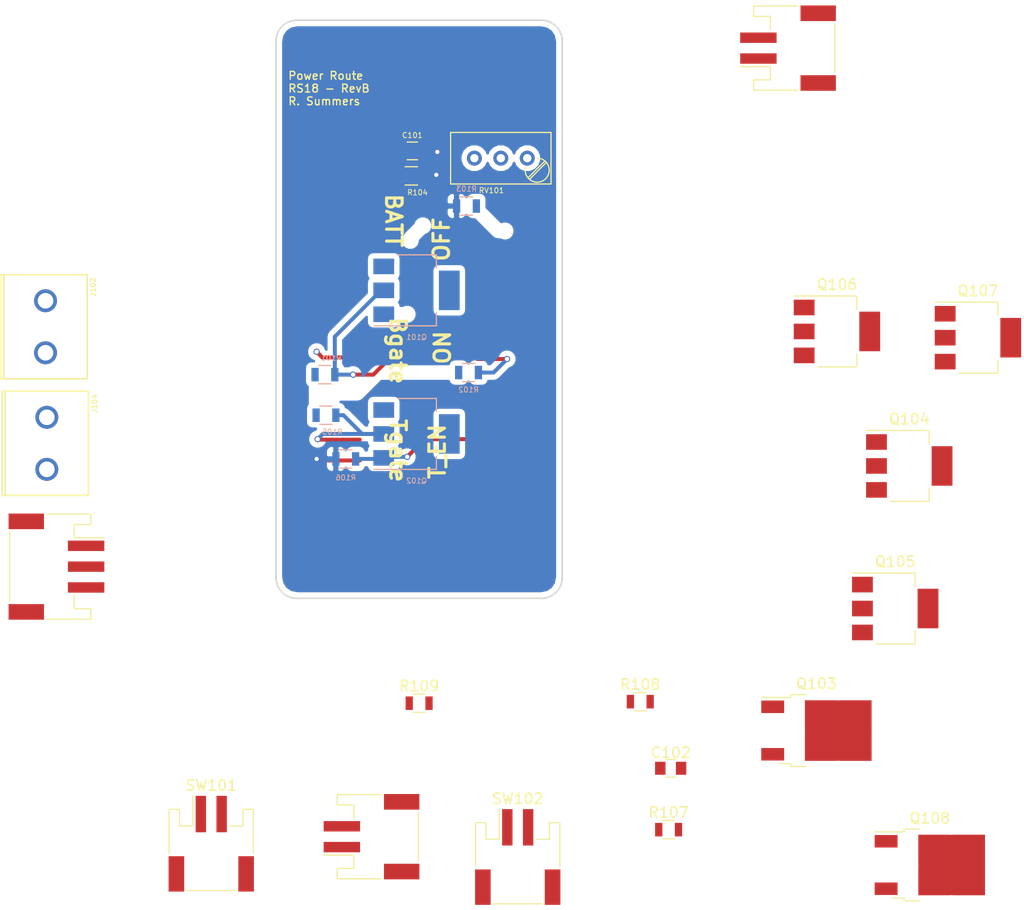
<source format=kicad_pcb>
(kicad_pcb (version 4) (host pcbnew 4.0.7-e2-6376~58~ubuntu16.04.1)

  (general
    (links 54)
    (no_connects 33)
    (area 170.824999 47.064999 198.475001 102.773001)
    (thickness 1.6)
    (drawings 17)
    (tracks 43)
    (zones 0)
    (modules 27)
    (nets 19)
  )

  (page A4)
  (layers
    (0 F.Cu signal)
    (31 B.Cu signal)
    (32 B.Adhes user)
    (33 F.Adhes user)
    (34 B.Paste user)
    (35 F.Paste user)
    (36 B.SilkS user)
    (37 F.SilkS user)
    (38 B.Mask user)
    (39 F.Mask user)
    (40 Dwgs.User user)
    (41 Cmts.User user)
    (42 Eco1.User user)
    (43 Eco2.User user)
    (44 Edge.Cuts user)
    (45 Margin user)
    (46 B.CrtYd user)
    (47 F.CrtYd user)
    (48 B.Fab user hide)
    (49 F.Fab user hide)
  )

  (setup
    (last_trace_width 0.25)
    (trace_clearance 0.2)
    (zone_clearance 0.508)
    (zone_45_only no)
    (trace_min 0.2)
    (segment_width 0.2)
    (edge_width 0.15)
    (via_size 0.6)
    (via_drill 0.4)
    (via_min_size 0.4)
    (via_min_drill 0.3)
    (uvia_size 0.3)
    (uvia_drill 0.1)
    (uvias_allowed no)
    (uvia_min_size 0.2)
    (uvia_min_drill 0.1)
    (pcb_text_width 0.3)
    (pcb_text_size 1.5 1.5)
    (mod_edge_width 0.15)
    (mod_text_size 1 1)
    (mod_text_width 0.15)
    (pad_size 2.9 2.9)
    (pad_drill 2.9)
    (pad_to_mask_clearance 0)
    (aux_axis_origin 0 0)
    (visible_elements FFFFFF7F)
    (pcbplotparams
      (layerselection 0x00030_80000001)
      (usegerberextensions false)
      (excludeedgelayer true)
      (linewidth 0.100000)
      (plotframeref false)
      (viasonmask false)
      (mode 1)
      (useauxorigin false)
      (hpglpennumber 1)
      (hpglpenspeed 20)
      (hpglpendiameter 15)
      (hpglpenoverlay 2)
      (psnegative false)
      (psa4output false)
      (plotreference true)
      (plotvalue true)
      (plotinvisibletext false)
      (padsonsilk false)
      (subtractmaskfromsilk false)
      (outputformat 1)
      (mirror false)
      (drillshape 1)
      (scaleselection 1)
      (outputdirectory ""))
  )

  (net 0 "")
  (net 1 GND)
  (net 2 /Vbulkhead)
  (net 3 /Vbattery)
  (net 4 "Net-(Q102-Pad1)")
  (net 5 "Net-(R102-Pad2)")
  (net 6 "Net-(R103-Pad1)")
  (net 7 "Net-(RV101-Pad3)")
  (net 8 /ON)
  (net 9 "Net-(C102-Pad1)")
  (net 10 /Bgate)
  (net 11 /Tgate)
  (net 12 /~shore_connected)
  (net 13 /Vcharger)
  (net 14 "Net-(Q101-Pad3)")
  (net 15 "Net-(Q102-Pad3)")
  (net 16 "Net-(Q103-Pad1)")
  (net 17 /Vshore)
  (net 18 "Net-(Q105-Pad3)")

  (net_class Default "This is the default net class."
    (clearance 0.2)
    (trace_width 0.25)
    (via_dia 0.6)
    (via_drill 0.4)
    (uvia_dia 0.3)
    (uvia_drill 0.1)
    (add_net /Bgate)
    (add_net /ON)
    (add_net /Tgate)
    (add_net /Vbattery)
    (add_net /Vbulkhead)
    (add_net /Vcharger)
    (add_net /Vshore)
    (add_net /~shore_connected)
    (add_net GND)
    (add_net "Net-(C102-Pad1)")
    (add_net "Net-(Q101-Pad3)")
    (add_net "Net-(Q102-Pad1)")
    (add_net "Net-(Q102-Pad3)")
    (add_net "Net-(Q103-Pad1)")
    (add_net "Net-(Q105-Pad3)")
    (add_net "Net-(R102-Pad2)")
    (add_net "Net-(R103-Pad1)")
    (add_net "Net-(RV101-Pad3)")
  )

  (module Capacitors_SMD:C_0805 (layer F.Cu) (tedit 5A3EB215) (tstamp 5A3EA390)
    (at 184 59.7)
    (descr "Capacitor SMD 0805, reflow soldering, AVX (see smccp.pdf)")
    (tags "capacitor 0805")
    (path /5A3EBB15)
    (attr smd)
    (fp_text reference C101 (at 0 -1.5) (layer F.SilkS)
      (effects (font (size 0.508 0.508) (thickness 0.0762)))
    )
    (fp_text value 1u (at 0 1.75) (layer F.Fab)
      (effects (font (size 1 1) (thickness 0.15)))
    )
    (fp_text user %R (at 0 -1.5) (layer F.Fab)
      (effects (font (size 1 1) (thickness 0.15)))
    )
    (fp_line (start -1 0.62) (end -1 -0.62) (layer F.Fab) (width 0.1))
    (fp_line (start 1 0.62) (end -1 0.62) (layer F.Fab) (width 0.1))
    (fp_line (start 1 -0.62) (end 1 0.62) (layer F.Fab) (width 0.1))
    (fp_line (start -1 -0.62) (end 1 -0.62) (layer F.Fab) (width 0.1))
    (fp_line (start 0.5 -0.85) (end -0.5 -0.85) (layer F.SilkS) (width 0.12))
    (fp_line (start -0.5 0.85) (end 0.5 0.85) (layer F.SilkS) (width 0.12))
    (fp_line (start -1.75 -0.88) (end 1.75 -0.88) (layer F.CrtYd) (width 0.05))
    (fp_line (start -1.75 -0.88) (end -1.75 0.87) (layer F.CrtYd) (width 0.05))
    (fp_line (start 1.75 0.87) (end 1.75 -0.88) (layer F.CrtYd) (width 0.05))
    (fp_line (start 1.75 0.87) (end -1.75 0.87) (layer F.CrtYd) (width 0.05))
    (pad 1 smd rect (at -1 0) (size 1 1.25) (layers F.Cu F.Paste F.Mask)
      (net 8 /ON))
    (pad 2 smd rect (at 1 0) (size 1 1.25) (layers F.Cu F.Paste F.Mask)
      (net 1 GND))
    (model Capacitors_SMD.3dshapes/C_0805.wrl
      (at (xyz 0 0 0))
      (scale (xyz 1 1 1))
      (rotate (xyz 0 0 0))
    )
  )

  (module Connectors_JST:JST_PH_S3B-PH-SM4-TB_03x2.00mm_Angled (layer F.Cu) (tedit 5A3EB0E3) (tstamp 5A3EA3B2)
    (at 149.775 99.65 270)
    (descr "JST PH series connector, S3B-PH-SM4-TB, side entry type, surface mount, Datasheet: http://www.jst-mfg.com/product/pdf/eng/ePH.pdf")
    (tags "connector jst ph")
    (path /5A3E9BA1)
    (attr smd)
    (fp_text reference J101 (at 0 -5.625 270) (layer F.SilkS) hide
      (effects (font (size 1 1) (thickness 0.15)))
    )
    (fp_text value CONN_01X03 (at 0 5.375 270) (layer F.Fab)
      (effects (font (size 1 1) (thickness 0.15)))
    )
    (fp_line (start -4.15 -1.625) (end -4.15 -3.225) (layer F.Fab) (width 0.1))
    (fp_line (start -4.15 -3.225) (end -4.95 -3.225) (layer F.Fab) (width 0.1))
    (fp_line (start -4.95 -3.225) (end -4.95 4.375) (layer F.Fab) (width 0.1))
    (fp_line (start -4.95 4.375) (end 4.95 4.375) (layer F.Fab) (width 0.1))
    (fp_line (start 4.95 4.375) (end 4.95 -3.225) (layer F.Fab) (width 0.1))
    (fp_line (start 4.95 -3.225) (end 4.15 -3.225) (layer F.Fab) (width 0.1))
    (fp_line (start 4.15 -3.225) (end 4.15 -1.625) (layer F.Fab) (width 0.1))
    (fp_line (start 4.15 -1.625) (end -4.15 -1.625) (layer F.Fab) (width 0.1))
    (fp_line (start -2.775 -1.725) (end -4.05 -1.725) (layer F.SilkS) (width 0.12))
    (fp_line (start -4.05 -1.725) (end -4.05 -3.325) (layer F.SilkS) (width 0.12))
    (fp_line (start -4.05 -3.325) (end -5.05 -3.325) (layer F.SilkS) (width 0.12))
    (fp_line (start -5.05 -3.325) (end -5.05 0.9) (layer F.SilkS) (width 0.12))
    (fp_line (start 5.05 0.9) (end 5.05 -3.325) (layer F.SilkS) (width 0.12))
    (fp_line (start 5.05 -3.325) (end 4.05 -3.325) (layer F.SilkS) (width 0.12))
    (fp_line (start 4.05 -3.325) (end 4.05 -1.725) (layer F.SilkS) (width 0.12))
    (fp_line (start 4.05 -1.725) (end 2.775 -1.725) (layer F.SilkS) (width 0.12))
    (fp_line (start -3.325 4.475) (end 3.325 4.475) (layer F.SilkS) (width 0.12))
    (fp_line (start -2.775 -1.725) (end -2.775 -4.625) (layer F.SilkS) (width 0.12))
    (fp_line (start -3 -1.625) (end -2 -0.625) (layer F.Fab) (width 0.1))
    (fp_line (start -2 -0.625) (end -1 -1.625) (layer F.Fab) (width 0.1))
    (fp_line (start -5.6 -5.13) (end -5.6 5.07) (layer F.CrtYd) (width 0.05))
    (fp_line (start -5.6 5.07) (end 5.6 5.07) (layer F.CrtYd) (width 0.05))
    (fp_line (start 5.6 5.07) (end 5.6 -5.13) (layer F.CrtYd) (width 0.05))
    (fp_line (start 5.6 -5.13) (end -5.6 -5.13) (layer F.CrtYd) (width 0.05))
    (fp_text user %R (at 0 1.5 270) (layer F.Fab)
      (effects (font (size 1 1) (thickness 0.15)))
    )
    (pad 1 smd rect (at -2 -2.875 270) (size 1 3.5) (layers F.Cu F.Paste F.Mask)
      (net 10 /Bgate))
    (pad 2 smd rect (at 0 -2.875 270) (size 1 3.5) (layers F.Cu F.Paste F.Mask)
      (net 11 /Tgate))
    (pad 3 smd rect (at 2 -2.875 270) (size 1 3.5) (layers F.Cu F.Paste F.Mask)
      (net 2 /Vbulkhead))
    (pad "" smd rect (at -4.35 2.875 270) (size 1.5 3.4) (layers F.Cu F.Paste F.Mask))
    (pad "" smd rect (at 4.35 2.875 270) (size 1.5 3.4) (layers F.Cu F.Paste F.Mask))
    (model robosub.3dshapes/JST_S3B_PH_SM4_TB.wrl
      (at (xyz -0.4 0.5 0))
      (scale (xyz 0.4 0.4 0.4))
      (rotate (xyz -90 0 0))
    )
  )

  (module Connectors_JST:JST_PH_S2B-PH-SM4-TB_02x2.00mm_Angled (layer F.Cu) (tedit 5A3EB0EB) (tstamp 5A3EA3F4)
    (at 220.125 49.825 90)
    (descr "JST PH series connector, S2B-PH-SM4-TB, side entry type, surface mount, Datasheet: http://www.jst-mfg.com/product/pdf/eng/ePH.pdf")
    (tags "connector jst ph")
    (path /5A3F3E98)
    (attr smd)
    (fp_text reference J103 (at 0 -5.625 90) (layer F.SilkS) hide
      (effects (font (size 1 1) (thickness 0.15)))
    )
    (fp_text value CONN_01X02 (at 0 5.375 90) (layer F.Fab)
      (effects (font (size 1 1) (thickness 0.15)))
    )
    (fp_line (start -3.15 -1.625) (end -3.15 -3.225) (layer F.Fab) (width 0.1))
    (fp_line (start -3.15 -3.225) (end -3.95 -3.225) (layer F.Fab) (width 0.1))
    (fp_line (start -3.95 -3.225) (end -3.95 4.375) (layer F.Fab) (width 0.1))
    (fp_line (start -3.95 4.375) (end 3.95 4.375) (layer F.Fab) (width 0.1))
    (fp_line (start 3.95 4.375) (end 3.95 -3.225) (layer F.Fab) (width 0.1))
    (fp_line (start 3.95 -3.225) (end 3.15 -3.225) (layer F.Fab) (width 0.1))
    (fp_line (start 3.15 -3.225) (end 3.15 -1.625) (layer F.Fab) (width 0.1))
    (fp_line (start 3.15 -1.625) (end -3.15 -1.625) (layer F.Fab) (width 0.1))
    (fp_line (start -1.775 -1.725) (end -3.05 -1.725) (layer F.SilkS) (width 0.12))
    (fp_line (start -3.05 -1.725) (end -3.05 -3.325) (layer F.SilkS) (width 0.12))
    (fp_line (start -3.05 -3.325) (end -4.05 -3.325) (layer F.SilkS) (width 0.12))
    (fp_line (start -4.05 -3.325) (end -4.05 0.9) (layer F.SilkS) (width 0.12))
    (fp_line (start 4.05 0.9) (end 4.05 -3.325) (layer F.SilkS) (width 0.12))
    (fp_line (start 4.05 -3.325) (end 3.05 -3.325) (layer F.SilkS) (width 0.12))
    (fp_line (start 3.05 -3.325) (end 3.05 -1.725) (layer F.SilkS) (width 0.12))
    (fp_line (start 3.05 -1.725) (end 1.775 -1.725) (layer F.SilkS) (width 0.12))
    (fp_line (start -2.325 4.475) (end 2.325 4.475) (layer F.SilkS) (width 0.12))
    (fp_line (start -1.775 -1.725) (end -1.775 -4.625) (layer F.SilkS) (width 0.12))
    (fp_line (start -2 -1.625) (end -1 -0.625) (layer F.Fab) (width 0.1))
    (fp_line (start -1 -0.625) (end 0 -1.625) (layer F.Fab) (width 0.1))
    (fp_line (start -4.6 -5.13) (end -4.6 5.07) (layer F.CrtYd) (width 0.05))
    (fp_line (start -4.6 5.07) (end 4.6 5.07) (layer F.CrtYd) (width 0.05))
    (fp_line (start 4.6 5.07) (end 4.6 -5.13) (layer F.CrtYd) (width 0.05))
    (fp_line (start 4.6 -5.13) (end -4.6 -5.13) (layer F.CrtYd) (width 0.05))
    (fp_text user %R (at 0 1.5 90) (layer F.Fab)
      (effects (font (size 1 1) (thickness 0.15)))
    )
    (pad 1 smd rect (at -1 -2.875 90) (size 1 3.5) (layers F.Cu F.Paste F.Mask)
      (net 12 /~shore_connected))
    (pad 2 smd rect (at 1 -2.875 90) (size 1 3.5) (layers F.Cu F.Paste F.Mask)
      (net 1 GND))
    (pad "" smd rect (at -3.35 2.875 90) (size 1.5 3.4) (layers F.Cu F.Paste F.Mask))
    (pad "" smd rect (at 3.35 2.875 90) (size 1.5 3.4) (layers F.Cu F.Paste F.Mask))
    (model robosub.3dshapes/JST_S2B_PH_SM4_TB.wrl
      (at (xyz -0.32 0.5 0))
      (scale (xyz 0.4 0.4 0.4))
      (rotate (xyz -90 0 0))
    )
  )

  (module TO_SOT_Packages_SMD:SOT-223 (layer B.Cu) (tedit 5A3EB291) (tstamp 5A3EA40A)
    (at 184.4 73.1)
    (descr "module CMS SOT223 4 pins")
    (tags "CMS SOT")
    (path /5A3F37D9)
    (attr smd)
    (fp_text reference Q101 (at 0 4.5) (layer B.SilkS)
      (effects (font (size 0.508 0.508) (thickness 0.0762)) (justify mirror))
    )
    (fp_text value Q_NMOS_GDS (at 0 -4.5) (layer B.Fab)
      (effects (font (size 1 1) (thickness 0.15)) (justify mirror))
    )
    (fp_text user %R (at 0 0 270) (layer B.Fab)
      (effects (font (size 0.8 0.8) (thickness 0.12)) (justify mirror))
    )
    (fp_line (start -1.85 2.3) (end -0.8 3.35) (layer B.Fab) (width 0.1))
    (fp_line (start 1.91 -3.41) (end 1.91 -2.15) (layer B.SilkS) (width 0.12))
    (fp_line (start 1.91 3.41) (end 1.91 2.15) (layer B.SilkS) (width 0.12))
    (fp_line (start 4.4 3.6) (end -4.4 3.6) (layer B.CrtYd) (width 0.05))
    (fp_line (start 4.4 -3.6) (end 4.4 3.6) (layer B.CrtYd) (width 0.05))
    (fp_line (start -4.4 -3.6) (end 4.4 -3.6) (layer B.CrtYd) (width 0.05))
    (fp_line (start -4.4 3.6) (end -4.4 -3.6) (layer B.CrtYd) (width 0.05))
    (fp_line (start -1.85 2.3) (end -1.85 -3.35) (layer B.Fab) (width 0.1))
    (fp_line (start -1.85 -3.41) (end 1.91 -3.41) (layer B.SilkS) (width 0.12))
    (fp_line (start -0.8 3.35) (end 1.85 3.35) (layer B.Fab) (width 0.1))
    (fp_line (start -4.1 3.41) (end 1.91 3.41) (layer B.SilkS) (width 0.12))
    (fp_line (start -1.85 -3.35) (end 1.85 -3.35) (layer B.Fab) (width 0.1))
    (fp_line (start 1.85 3.35) (end 1.85 -3.35) (layer B.Fab) (width 0.1))
    (pad 4 smd rect (at 3.15 0) (size 2 3.8) (layers B.Cu B.Paste B.Mask))
    (pad 2 smd rect (at -3.15 0) (size 2 1.5) (layers B.Cu B.Paste B.Mask)
      (net 10 /Bgate))
    (pad 3 smd rect (at -3.15 -2.3) (size 2 1.5) (layers B.Cu B.Paste B.Mask)
      (net 14 "Net-(Q101-Pad3)"))
    (pad 1 smd rect (at -3.15 2.3) (size 2 1.5) (layers B.Cu B.Paste B.Mask)
      (net 8 /ON))
    (model ${KISYS3DMOD}/TO_SOT_Packages_SMD.3dshapes/SOT-223.wrl
      (at (xyz 0 0 0))
      (scale (xyz 0.4 0.4 0.4))
      (rotate (xyz 0 0 90))
    )
  )

  (module TO_SOT_Packages_SMD:SOT-223 (layer B.Cu) (tedit 5A3EB27B) (tstamp 5A3EA420)
    (at 184.4 86.9)
    (descr "module CMS SOT223 4 pins")
    (tags "CMS SOT")
    (path /5A3F3B85)
    (attr smd)
    (fp_text reference Q102 (at 0 4.5) (layer B.SilkS)
      (effects (font (size 0.508 0.508) (thickness 0.0762)) (justify mirror))
    )
    (fp_text value Q_NMOS_GDS (at 0 -4.5) (layer B.Fab)
      (effects (font (size 1 1) (thickness 0.15)) (justify mirror))
    )
    (fp_text user %R (at 0 0 270) (layer B.Fab)
      (effects (font (size 0.8 0.8) (thickness 0.12)) (justify mirror))
    )
    (fp_line (start -1.85 2.3) (end -0.8 3.35) (layer B.Fab) (width 0.1))
    (fp_line (start 1.91 -3.41) (end 1.91 -2.15) (layer B.SilkS) (width 0.12))
    (fp_line (start 1.91 3.41) (end 1.91 2.15) (layer B.SilkS) (width 0.12))
    (fp_line (start 4.4 3.6) (end -4.4 3.6) (layer B.CrtYd) (width 0.05))
    (fp_line (start 4.4 -3.6) (end 4.4 3.6) (layer B.CrtYd) (width 0.05))
    (fp_line (start -4.4 -3.6) (end 4.4 -3.6) (layer B.CrtYd) (width 0.05))
    (fp_line (start -4.4 3.6) (end -4.4 -3.6) (layer B.CrtYd) (width 0.05))
    (fp_line (start -1.85 2.3) (end -1.85 -3.35) (layer B.Fab) (width 0.1))
    (fp_line (start -1.85 -3.41) (end 1.91 -3.41) (layer B.SilkS) (width 0.12))
    (fp_line (start -0.8 3.35) (end 1.85 3.35) (layer B.Fab) (width 0.1))
    (fp_line (start -4.1 3.41) (end 1.91 3.41) (layer B.SilkS) (width 0.12))
    (fp_line (start -1.85 -3.35) (end 1.85 -3.35) (layer B.Fab) (width 0.1))
    (fp_line (start 1.85 3.35) (end 1.85 -3.35) (layer B.Fab) (width 0.1))
    (pad 4 smd rect (at 3.15 0) (size 2 3.8) (layers B.Cu B.Paste B.Mask))
    (pad 2 smd rect (at -3.15 0) (size 2 1.5) (layers B.Cu B.Paste B.Mask)
      (net 11 /Tgate))
    (pad 3 smd rect (at -3.15 -2.3) (size 2 1.5) (layers B.Cu B.Paste B.Mask)
      (net 15 "Net-(Q102-Pad3)"))
    (pad 1 smd rect (at -3.15 2.3) (size 2 1.5) (layers B.Cu B.Paste B.Mask)
      (net 4 "Net-(Q102-Pad1)"))
    (model ${KISYS3DMOD}/TO_SOT_Packages_SMD.3dshapes/SOT-223.wrl
      (at (xyz 0 0 0))
      (scale (xyz 0.4 0.4 0.4))
      (rotate (xyz 0 0 90))
    )
  )

  (module Resistors_SMD:R_0805 (layer B.Cu) (tedit 5A3EB287) (tstamp 5A3EA431)
    (at 175.6 81.2)
    (descr "Resistor SMD 0805, reflow soldering, Vishay (see dcrcw.pdf)")
    (tags "resistor 0805")
    (path /5A3F205B)
    (attr smd)
    (fp_text reference R101 (at 0.6 -1.6) (layer B.SilkS)
      (effects (font (size 0.508 0.508) (thickness 0.0762)) (justify mirror))
    )
    (fp_text value 10k (at 0 -1.75) (layer B.Fab)
      (effects (font (size 1 1) (thickness 0.15)) (justify mirror))
    )
    (fp_text user %R (at 0 0) (layer B.Fab)
      (effects (font (size 0.5 0.5) (thickness 0.075)) (justify mirror))
    )
    (fp_line (start -1 -0.62) (end -1 0.62) (layer B.Fab) (width 0.1))
    (fp_line (start 1 -0.62) (end -1 -0.62) (layer B.Fab) (width 0.1))
    (fp_line (start 1 0.62) (end 1 -0.62) (layer B.Fab) (width 0.1))
    (fp_line (start -1 0.62) (end 1 0.62) (layer B.Fab) (width 0.1))
    (fp_line (start 0.6 -0.88) (end -0.6 -0.88) (layer B.SilkS) (width 0.12))
    (fp_line (start -0.6 0.88) (end 0.6 0.88) (layer B.SilkS) (width 0.12))
    (fp_line (start -1.55 0.9) (end 1.55 0.9) (layer B.CrtYd) (width 0.05))
    (fp_line (start -1.55 0.9) (end -1.55 -0.9) (layer B.CrtYd) (width 0.05))
    (fp_line (start 1.55 -0.9) (end 1.55 0.9) (layer B.CrtYd) (width 0.05))
    (fp_line (start 1.55 -0.9) (end -1.55 -0.9) (layer B.CrtYd) (width 0.05))
    (pad 1 smd rect (at -0.95 0) (size 0.7 1.3) (layers B.Cu B.Paste B.Mask)
      (net 3 /Vbattery))
    (pad 2 smd rect (at 0.95 0) (size 0.7 1.3) (layers B.Cu B.Paste B.Mask)
      (net 10 /Bgate))
    (model ${KISYS3DMOD}/Resistors_SMD.3dshapes/R_0805.wrl
      (at (xyz 0 0 0))
      (scale (xyz 1 1 1))
      (rotate (xyz 0 0 0))
    )
  )

  (module Resistors_SMD:R_0805 (layer B.Cu) (tedit 5A3EB277) (tstamp 5A3EA442)
    (at 189.4 81)
    (descr "Resistor SMD 0805, reflow soldering, Vishay (see dcrcw.pdf)")
    (tags "resistor 0805")
    (path /5A3ECDA8)
    (attr smd)
    (fp_text reference R102 (at 0 1.65) (layer B.SilkS)
      (effects (font (size 0.508 0.508) (thickness 0.0762)) (justify mirror))
    )
    (fp_text value 1k (at 0 -1.75) (layer B.Fab)
      (effects (font (size 1 1) (thickness 0.15)) (justify mirror))
    )
    (fp_text user %R (at 0 0) (layer B.Fab)
      (effects (font (size 0.5 0.5) (thickness 0.075)) (justify mirror))
    )
    (fp_line (start -1 -0.62) (end -1 0.62) (layer B.Fab) (width 0.1))
    (fp_line (start 1 -0.62) (end -1 -0.62) (layer B.Fab) (width 0.1))
    (fp_line (start 1 0.62) (end 1 -0.62) (layer B.Fab) (width 0.1))
    (fp_line (start -1 0.62) (end 1 0.62) (layer B.Fab) (width 0.1))
    (fp_line (start 0.6 -0.88) (end -0.6 -0.88) (layer B.SilkS) (width 0.12))
    (fp_line (start -0.6 0.88) (end 0.6 0.88) (layer B.SilkS) (width 0.12))
    (fp_line (start -1.55 0.9) (end 1.55 0.9) (layer B.CrtYd) (width 0.05))
    (fp_line (start -1.55 0.9) (end -1.55 -0.9) (layer B.CrtYd) (width 0.05))
    (fp_line (start 1.55 -0.9) (end 1.55 0.9) (layer B.CrtYd) (width 0.05))
    (fp_line (start 1.55 -0.9) (end -1.55 -0.9) (layer B.CrtYd) (width 0.05))
    (pad 1 smd rect (at -0.95 0) (size 0.7 1.3) (layers B.Cu B.Paste B.Mask)
      (net 3 /Vbattery))
    (pad 2 smd rect (at 0.95 0) (size 0.7 1.3) (layers B.Cu B.Paste B.Mask)
      (net 5 "Net-(R102-Pad2)"))
    (model ${KISYS3DMOD}/Resistors_SMD.3dshapes/R_0805.wrl
      (at (xyz 0 0 0))
      (scale (xyz 1 1 1))
      (rotate (xyz 0 0 0))
    )
  )

  (module Resistors_SMD:R_0805 (layer B.Cu) (tedit 5A3EB298) (tstamp 5A3EA453)
    (at 189.2 65 180)
    (descr "Resistor SMD 0805, reflow soldering, Vishay (see dcrcw.pdf)")
    (tags "resistor 0805")
    (path /5A3ECD09)
    (attr smd)
    (fp_text reference R103 (at 0 1.65 180) (layer B.SilkS)
      (effects (font (size 0.508 0.508) (thickness 0.0762)) (justify mirror))
    )
    (fp_text value 1k (at 0 -1.75 180) (layer B.Fab)
      (effects (font (size 1 1) (thickness 0.15)) (justify mirror))
    )
    (fp_text user %R (at 0 0 180) (layer B.Fab)
      (effects (font (size 0.5 0.5) (thickness 0.075)) (justify mirror))
    )
    (fp_line (start -1 -0.62) (end -1 0.62) (layer B.Fab) (width 0.1))
    (fp_line (start 1 -0.62) (end -1 -0.62) (layer B.Fab) (width 0.1))
    (fp_line (start 1 0.62) (end 1 -0.62) (layer B.Fab) (width 0.1))
    (fp_line (start -1 0.62) (end 1 0.62) (layer B.Fab) (width 0.1))
    (fp_line (start 0.6 -0.88) (end -0.6 -0.88) (layer B.SilkS) (width 0.12))
    (fp_line (start -0.6 0.88) (end 0.6 0.88) (layer B.SilkS) (width 0.12))
    (fp_line (start -1.55 0.9) (end 1.55 0.9) (layer B.CrtYd) (width 0.05))
    (fp_line (start -1.55 0.9) (end -1.55 -0.9) (layer B.CrtYd) (width 0.05))
    (fp_line (start 1.55 -0.9) (end 1.55 0.9) (layer B.CrtYd) (width 0.05))
    (fp_line (start 1.55 -0.9) (end -1.55 -0.9) (layer B.CrtYd) (width 0.05))
    (pad 1 smd rect (at -0.95 0 180) (size 0.7 1.3) (layers B.Cu B.Paste B.Mask)
      (net 6 "Net-(R103-Pad1)"))
    (pad 2 smd rect (at 0.95 0 180) (size 0.7 1.3) (layers B.Cu B.Paste B.Mask)
      (net 1 GND))
    (model ${KISYS3DMOD}/Resistors_SMD.3dshapes/R_0805.wrl
      (at (xyz 0 0 0))
      (scale (xyz 1 1 1))
      (rotate (xyz 0 0 0))
    )
  )

  (module Resistors_SMD:R_0805 (layer F.Cu) (tedit 5A3EB20D) (tstamp 5A3EA464)
    (at 183.9 62.1)
    (descr "Resistor SMD 0805, reflow soldering, Vishay (see dcrcw.pdf)")
    (tags "resistor 0805")
    (path /5A3EBB6C)
    (attr smd)
    (fp_text reference R104 (at 0.6 1.6) (layer F.SilkS)
      (effects (font (size 0.508 0.508) (thickness 0.0762)))
    )
    (fp_text value 10k (at 0 1.75) (layer F.Fab)
      (effects (font (size 1 1) (thickness 0.15)))
    )
    (fp_text user %R (at 0 0) (layer F.Fab)
      (effects (font (size 0.5 0.5) (thickness 0.075)))
    )
    (fp_line (start -1 0.62) (end -1 -0.62) (layer F.Fab) (width 0.1))
    (fp_line (start 1 0.62) (end -1 0.62) (layer F.Fab) (width 0.1))
    (fp_line (start 1 -0.62) (end 1 0.62) (layer F.Fab) (width 0.1))
    (fp_line (start -1 -0.62) (end 1 -0.62) (layer F.Fab) (width 0.1))
    (fp_line (start 0.6 0.88) (end -0.6 0.88) (layer F.SilkS) (width 0.12))
    (fp_line (start -0.6 -0.88) (end 0.6 -0.88) (layer F.SilkS) (width 0.12))
    (fp_line (start -1.55 -0.9) (end 1.55 -0.9) (layer F.CrtYd) (width 0.05))
    (fp_line (start -1.55 -0.9) (end -1.55 0.9) (layer F.CrtYd) (width 0.05))
    (fp_line (start 1.55 0.9) (end 1.55 -0.9) (layer F.CrtYd) (width 0.05))
    (fp_line (start 1.55 0.9) (end -1.55 0.9) (layer F.CrtYd) (width 0.05))
    (pad 1 smd rect (at -0.95 0) (size 0.7 1.3) (layers F.Cu F.Paste F.Mask)
      (net 8 /ON))
    (pad 2 smd rect (at 0.95 0) (size 0.7 1.3) (layers F.Cu F.Paste F.Mask)
      (net 1 GND))
    (model ${KISYS3DMOD}/Resistors_SMD.3dshapes/R_0805.wrl
      (at (xyz 0 0 0))
      (scale (xyz 1 1 1))
      (rotate (xyz 0 0 0))
    )
  )

  (module Resistors_SMD:R_0805 (layer B.Cu) (tedit 5A3EB282) (tstamp 5A3EA475)
    (at 175.7 85.1)
    (descr "Resistor SMD 0805, reflow soldering, Vishay (see dcrcw.pdf)")
    (tags "resistor 0805")
    (path /5A3F1A05)
    (attr smd)
    (fp_text reference R105 (at 0.6 1.6) (layer B.SilkS)
      (effects (font (size 0.508 0.508) (thickness 0.0762)) (justify mirror))
    )
    (fp_text value 10k (at 0 -1.75) (layer B.Fab)
      (effects (font (size 1 1) (thickness 0.15)) (justify mirror))
    )
    (fp_text user %R (at 0 0) (layer B.Fab)
      (effects (font (size 0.5 0.5) (thickness 0.075)) (justify mirror))
    )
    (fp_line (start -1 -0.62) (end -1 0.62) (layer B.Fab) (width 0.1))
    (fp_line (start 1 -0.62) (end -1 -0.62) (layer B.Fab) (width 0.1))
    (fp_line (start 1 0.62) (end 1 -0.62) (layer B.Fab) (width 0.1))
    (fp_line (start -1 0.62) (end 1 0.62) (layer B.Fab) (width 0.1))
    (fp_line (start 0.6 -0.88) (end -0.6 -0.88) (layer B.SilkS) (width 0.12))
    (fp_line (start -0.6 0.88) (end 0.6 0.88) (layer B.SilkS) (width 0.12))
    (fp_line (start -1.55 0.9) (end 1.55 0.9) (layer B.CrtYd) (width 0.05))
    (fp_line (start -1.55 0.9) (end -1.55 -0.9) (layer B.CrtYd) (width 0.05))
    (fp_line (start 1.55 -0.9) (end 1.55 0.9) (layer B.CrtYd) (width 0.05))
    (fp_line (start 1.55 -0.9) (end -1.55 -0.9) (layer B.CrtYd) (width 0.05))
    (pad 1 smd rect (at -0.95 0) (size 0.7 1.3) (layers B.Cu B.Paste B.Mask)
      (net 3 /Vbattery))
    (pad 2 smd rect (at 0.95 0) (size 0.7 1.3) (layers B.Cu B.Paste B.Mask)
      (net 11 /Tgate))
    (model ${KISYS3DMOD}/Resistors_SMD.3dshapes/R_0805.wrl
      (at (xyz 0 0 0))
      (scale (xyz 1 1 1))
      (rotate (xyz 0 0 0))
    )
  )

  (module Resistors_SMD:R_0805 (layer B.Cu) (tedit 5A3EB27E) (tstamp 5A3EA486)
    (at 177.6 89.3 180)
    (descr "Resistor SMD 0805, reflow soldering, Vishay (see dcrcw.pdf)")
    (tags "resistor 0805")
    (path /5A3F1D5A)
    (attr smd)
    (fp_text reference R106 (at 0 -1.8 180) (layer B.SilkS)
      (effects (font (size 0.508 0.508) (thickness 0.0762)) (justify mirror))
    )
    (fp_text value 10k (at 0 -1.75 180) (layer B.Fab)
      (effects (font (size 1 1) (thickness 0.15)) (justify mirror))
    )
    (fp_text user %R (at 0 0 180) (layer B.Fab)
      (effects (font (size 0.5 0.5) (thickness 0.075)) (justify mirror))
    )
    (fp_line (start -1 -0.62) (end -1 0.62) (layer B.Fab) (width 0.1))
    (fp_line (start 1 -0.62) (end -1 -0.62) (layer B.Fab) (width 0.1))
    (fp_line (start 1 0.62) (end 1 -0.62) (layer B.Fab) (width 0.1))
    (fp_line (start -1 0.62) (end 1 0.62) (layer B.Fab) (width 0.1))
    (fp_line (start 0.6 -0.88) (end -0.6 -0.88) (layer B.SilkS) (width 0.12))
    (fp_line (start -0.6 0.88) (end 0.6 0.88) (layer B.SilkS) (width 0.12))
    (fp_line (start -1.55 0.9) (end 1.55 0.9) (layer B.CrtYd) (width 0.05))
    (fp_line (start -1.55 0.9) (end -1.55 -0.9) (layer B.CrtYd) (width 0.05))
    (fp_line (start 1.55 -0.9) (end 1.55 0.9) (layer B.CrtYd) (width 0.05))
    (fp_line (start 1.55 -0.9) (end -1.55 -0.9) (layer B.CrtYd) (width 0.05))
    (pad 1 smd rect (at -0.95 0 180) (size 0.7 1.3) (layers B.Cu B.Paste B.Mask)
      (net 4 "Net-(Q102-Pad1)"))
    (pad 2 smd rect (at 0.95 0 180) (size 0.7 1.3) (layers B.Cu B.Paste B.Mask)
      (net 1 GND))
    (model ${KISYS3DMOD}/Resistors_SMD.3dshapes/R_0805.wrl
      (at (xyz 0 0 0))
      (scale (xyz 1 1 1))
      (rotate (xyz 0 0 0))
    )
  )

  (module Potentiometers:Potentiometer_Trimmer_Bourns_3296W (layer F.Cu) (tedit 5A3EB204) (tstamp 5A3EA4A0)
    (at 195.04 60.4)
    (descr "Spindle Trimmer Potentiometer, Bourns 3296W, https://www.bourns.com/pdfs/3296.pdf")
    (tags "Spindle Trimmer Potentiometer   Bourns 3296W")
    (path /5A3EBBAD)
    (fp_text reference RV101 (at -3.44 3.1) (layer F.SilkS)
      (effects (font (size 0.508 0.508) (thickness 0.0762)))
    )
    (fp_text value POT (at -2.54 3.67) (layer F.Fab)
      (effects (font (size 1 1) (thickness 0.15)))
    )
    (fp_arc (start 0.955 1.15) (end 0.955 2.305) (angle -182) (layer F.SilkS) (width 0.12))
    (fp_arc (start 0.955 1.15) (end -0.174 0.91) (angle -103) (layer F.SilkS) (width 0.12))
    (fp_circle (center 0.955 1.15) (end 2.05 1.15) (layer F.Fab) (width 0.1))
    (fp_line (start -7.305 -2.41) (end -7.305 2.42) (layer F.Fab) (width 0.1))
    (fp_line (start -7.305 2.42) (end 2.225 2.42) (layer F.Fab) (width 0.1))
    (fp_line (start 2.225 2.42) (end 2.225 -2.41) (layer F.Fab) (width 0.1))
    (fp_line (start 2.225 -2.41) (end -7.305 -2.41) (layer F.Fab) (width 0.1))
    (fp_line (start 1.786 0.454) (end 0.259 1.981) (layer F.Fab) (width 0.1))
    (fp_line (start 1.652 0.32) (end 0.125 1.847) (layer F.Fab) (width 0.1))
    (fp_line (start -7.365 -2.47) (end 2.285 -2.47) (layer F.SilkS) (width 0.12))
    (fp_line (start -7.365 2.481) (end 2.285 2.481) (layer F.SilkS) (width 0.12))
    (fp_line (start -7.365 -2.47) (end -7.365 2.481) (layer F.SilkS) (width 0.12))
    (fp_line (start 2.285 -2.47) (end 2.285 2.481) (layer F.SilkS) (width 0.12))
    (fp_line (start 1.831 0.416) (end 0.22 2.026) (layer F.SilkS) (width 0.12))
    (fp_line (start 1.691 0.275) (end 0.079 1.885) (layer F.SilkS) (width 0.12))
    (fp_line (start -7.6 -2.7) (end -7.6 2.7) (layer F.CrtYd) (width 0.05))
    (fp_line (start -7.6 2.7) (end 2.5 2.7) (layer F.CrtYd) (width 0.05))
    (fp_line (start 2.5 2.7) (end 2.5 -2.7) (layer F.CrtYd) (width 0.05))
    (fp_line (start 2.5 -2.7) (end -7.6 -2.7) (layer F.CrtYd) (width 0.05))
    (pad 1 thru_hole circle (at 0 0) (size 1.44 1.44) (drill 0.8) (layers *.Cu *.Mask)
      (net 8 /ON))
    (pad 2 thru_hole circle (at -2.54 0) (size 1.44 1.44) (drill 0.8) (layers *.Cu *.Mask)
      (net 2 /Vbulkhead))
    (pad 3 thru_hole circle (at -5.08 0) (size 1.44 1.44) (drill 0.8) (layers *.Cu *.Mask)
      (net 7 "Net-(RV101-Pad3)"))
    (model Potentiometers.3dshapes/Potentiometer_Trimmer_Bourns_3296W.wrl
      (at (xyz 0 0 0))
      (scale (xyz 1 1 1))
      (rotate (xyz 0 0 -90))
    )
  )

  (module Connectors_JST:JST_PH_S2B-PH-SM4-TB_02x2.00mm_Angled (layer F.Cu) (tedit 5A3EB0D4) (tstamp 5A3EA5A3)
    (at 180.1 125.6 90)
    (descr "JST PH series connector, S2B-PH-SM4-TB, side entry type, surface mount, Datasheet: http://www.jst-mfg.com/product/pdf/eng/ePH.pdf")
    (tags "connector jst ph")
    (path /5A3F4A85)
    (attr smd)
    (fp_text reference SW103 (at 0 -5.625 90) (layer F.SilkS) hide
      (effects (font (size 1 1) (thickness 0.15)))
    )
    (fp_text value SW_TEN (at 0 5.375 90) (layer F.Fab)
      (effects (font (size 1 1) (thickness 0.15)))
    )
    (fp_line (start -3.15 -1.625) (end -3.15 -3.225) (layer F.Fab) (width 0.1))
    (fp_line (start -3.15 -3.225) (end -3.95 -3.225) (layer F.Fab) (width 0.1))
    (fp_line (start -3.95 -3.225) (end -3.95 4.375) (layer F.Fab) (width 0.1))
    (fp_line (start -3.95 4.375) (end 3.95 4.375) (layer F.Fab) (width 0.1))
    (fp_line (start 3.95 4.375) (end 3.95 -3.225) (layer F.Fab) (width 0.1))
    (fp_line (start 3.95 -3.225) (end 3.15 -3.225) (layer F.Fab) (width 0.1))
    (fp_line (start 3.15 -3.225) (end 3.15 -1.625) (layer F.Fab) (width 0.1))
    (fp_line (start 3.15 -1.625) (end -3.15 -1.625) (layer F.Fab) (width 0.1))
    (fp_line (start -1.775 -1.725) (end -3.05 -1.725) (layer F.SilkS) (width 0.12))
    (fp_line (start -3.05 -1.725) (end -3.05 -3.325) (layer F.SilkS) (width 0.12))
    (fp_line (start -3.05 -3.325) (end -4.05 -3.325) (layer F.SilkS) (width 0.12))
    (fp_line (start -4.05 -3.325) (end -4.05 0.9) (layer F.SilkS) (width 0.12))
    (fp_line (start 4.05 0.9) (end 4.05 -3.325) (layer F.SilkS) (width 0.12))
    (fp_line (start 4.05 -3.325) (end 3.05 -3.325) (layer F.SilkS) (width 0.12))
    (fp_line (start 3.05 -3.325) (end 3.05 -1.725) (layer F.SilkS) (width 0.12))
    (fp_line (start 3.05 -1.725) (end 1.775 -1.725) (layer F.SilkS) (width 0.12))
    (fp_line (start -2.325 4.475) (end 2.325 4.475) (layer F.SilkS) (width 0.12))
    (fp_line (start -1.775 -1.725) (end -1.775 -4.625) (layer F.SilkS) (width 0.12))
    (fp_line (start -2 -1.625) (end -1 -0.625) (layer F.Fab) (width 0.1))
    (fp_line (start -1 -0.625) (end 0 -1.625) (layer F.Fab) (width 0.1))
    (fp_line (start -4.6 -5.13) (end -4.6 5.07) (layer F.CrtYd) (width 0.05))
    (fp_line (start -4.6 5.07) (end 4.6 5.07) (layer F.CrtYd) (width 0.05))
    (fp_line (start 4.6 5.07) (end 4.6 -5.13) (layer F.CrtYd) (width 0.05))
    (fp_line (start 4.6 -5.13) (end -4.6 -5.13) (layer F.CrtYd) (width 0.05))
    (fp_text user %R (at 0 1.5 90) (layer F.Fab)
      (effects (font (size 1 1) (thickness 0.15)))
    )
    (pad 1 smd rect (at -1 -2.875 90) (size 1 3.5) (layers F.Cu F.Paste F.Mask)
      (net 2 /Vbulkhead))
    (pad 2 smd rect (at 1 -2.875 90) (size 1 3.5) (layers F.Cu F.Paste F.Mask)
      (net 4 "Net-(Q102-Pad1)"))
    (pad "" smd rect (at -3.35 2.875 90) (size 1.5 3.4) (layers F.Cu F.Paste F.Mask))
    (pad "" smd rect (at 3.35 2.875 90) (size 1.5 3.4) (layers F.Cu F.Paste F.Mask))
    (model robosub.3dshapes/JST_S2B_PH_SM4_TB.wrl
      (at (xyz -0.32 0.5 0))
      (scale (xyz 0.4 0.4 0.4))
      (rotate (xyz -90 0 0))
    )
  )

  (module Capacitors_SMD:C_0805 (layer F.Cu) (tedit 58AA8463) (tstamp 5A7B91BD)
    (at 208.825 119.025)
    (descr "Capacitor SMD 0805, reflow soldering, AVX (see smccp.pdf)")
    (tags "capacitor 0805")
    (path /5A7CEF69)
    (attr smd)
    (fp_text reference C102 (at 0 -1.5) (layer F.SilkS)
      (effects (font (size 1 1) (thickness 0.15)))
    )
    (fp_text value 1u (at 0 1.75) (layer F.Fab)
      (effects (font (size 1 1) (thickness 0.15)))
    )
    (fp_text user %R (at 0 -1.5) (layer F.Fab)
      (effects (font (size 1 1) (thickness 0.15)))
    )
    (fp_line (start -1 0.62) (end -1 -0.62) (layer F.Fab) (width 0.1))
    (fp_line (start 1 0.62) (end -1 0.62) (layer F.Fab) (width 0.1))
    (fp_line (start 1 -0.62) (end 1 0.62) (layer F.Fab) (width 0.1))
    (fp_line (start -1 -0.62) (end 1 -0.62) (layer F.Fab) (width 0.1))
    (fp_line (start 0.5 -0.85) (end -0.5 -0.85) (layer F.SilkS) (width 0.12))
    (fp_line (start -0.5 0.85) (end 0.5 0.85) (layer F.SilkS) (width 0.12))
    (fp_line (start -1.75 -0.88) (end 1.75 -0.88) (layer F.CrtYd) (width 0.05))
    (fp_line (start -1.75 -0.88) (end -1.75 0.87) (layer F.CrtYd) (width 0.05))
    (fp_line (start 1.75 0.87) (end 1.75 -0.88) (layer F.CrtYd) (width 0.05))
    (fp_line (start 1.75 0.87) (end -1.75 0.87) (layer F.CrtYd) (width 0.05))
    (pad 1 smd rect (at -1 0) (size 1 1.25) (layers F.Cu F.Paste F.Mask)
      (net 9 "Net-(C102-Pad1)"))
    (pad 2 smd rect (at 1 0) (size 1 1.25) (layers F.Cu F.Paste F.Mask)
      (net 1 GND))
    (model Capacitors_SMD.3dshapes/C_0805.wrl
      (at (xyz 0 0 0))
      (scale (xyz 1 1 1))
      (rotate (xyz 0 0 0))
    )
  )

  (module robosub_footprints:Screw-Terminal-2-5.00mm (layer F.Cu) (tedit 5A7B8D66) (tstamp 5A7B91BE)
    (at 148.75 76.6 270)
    (path /5A7C6155)
    (fp_text reference J102 (at -3.81 -4.572 270) (layer F.SilkS)
      (effects (font (size 0.5 0.5) (thickness 0.1)))
    )
    (fp_text value Screw_Terminal_01x02 (at 0 -0.5 270) (layer F.Fab)
      (effects (font (size 1 1) (thickness 0.15)))
    )
    (fp_line (start 5 -4) (end -5 -4) (layer F.SilkS) (width 0.15))
    (fp_line (start 5 4.3) (end -5 4.3) (layer F.SilkS) (width 0.15))
    (fp_line (start 5 4) (end -5 4) (layer F.SilkS) (width 0.15))
    (fp_line (start 5 4.3) (end 5 -4) (layer F.SilkS) (width 0.15))
    (fp_line (start -5 4.3) (end -5 -4) (layer F.SilkS) (width 0.15))
    (pad 2 thru_hole circle (at 2.5 0 270) (size 2.2 2.2) (drill 1.5) (layers *.Cu *.Mask)
      (net 3 /Vbattery))
    (pad 1 thru_hole circle (at -2.5 0 270) (size 2.2 2.2) (drill 1.5) (layers *.Cu *.Mask)
      (net 1 GND))
  )

  (module robosub_footprints:Screw-Terminal-2-5.00mm (layer F.Cu) (tedit 5A7B8D66) (tstamp 5A7B91D2)
    (at 148.875 87.8 270)
    (path /5A7CE7D9)
    (fp_text reference J104 (at -3.81 -4.572 270) (layer F.SilkS)
      (effects (font (size 0.5 0.5) (thickness 0.1)))
    )
    (fp_text value Screw_Terminal_01x02 (at 0 -0.5 270) (layer F.Fab)
      (effects (font (size 1 1) (thickness 0.15)))
    )
    (fp_line (start 5 -4) (end -5 -4) (layer F.SilkS) (width 0.15))
    (fp_line (start 5 4.3) (end -5 4.3) (layer F.SilkS) (width 0.15))
    (fp_line (start 5 4) (end -5 4) (layer F.SilkS) (width 0.15))
    (fp_line (start 5 4.3) (end 5 -4) (layer F.SilkS) (width 0.15))
    (fp_line (start -5 4.3) (end -5 -4) (layer F.SilkS) (width 0.15))
    (pad 2 thru_hole circle (at 2.5 0 270) (size 2.2 2.2) (drill 1.5) (layers *.Cu *.Mask)
      (net 1 GND))
    (pad 1 thru_hole circle (at -2.5 0 270) (size 2.2 2.2) (drill 1.5) (layers *.Cu *.Mask)
      (net 13 /Vcharger))
  )

  (module TO_SOT_Packages_SMD:TO-252-2 (layer F.Cu) (tedit 590079C0) (tstamp 5A7B91F6)
    (at 222.825 115.4)
    (descr "TO-252 / DPAK SMD package, http://www.infineon.com/cms/en/product/packages/PG-TO252/PG-TO252-3-1/")
    (tags "DPAK TO-252 DPAK-3 TO-252-3 SOT-428")
    (path /5A7CB1D6)
    (attr smd)
    (fp_text reference Q103 (at 0 -4.5) (layer F.SilkS)
      (effects (font (size 1 1) (thickness 0.15)))
    )
    (fp_text value Q_PMOS_GDS (at 0 4.5) (layer F.Fab)
      (effects (font (size 1 1) (thickness 0.15)))
    )
    (fp_line (start 3.95 -2.7) (end 4.95 -2.7) (layer F.Fab) (width 0.1))
    (fp_line (start 4.95 -2.7) (end 4.95 2.7) (layer F.Fab) (width 0.1))
    (fp_line (start 4.95 2.7) (end 3.95 2.7) (layer F.Fab) (width 0.1))
    (fp_line (start 3.95 -3.25) (end 3.95 3.25) (layer F.Fab) (width 0.1))
    (fp_line (start 3.95 3.25) (end -2.27 3.25) (layer F.Fab) (width 0.1))
    (fp_line (start -2.27 3.25) (end -2.27 -2.25) (layer F.Fab) (width 0.1))
    (fp_line (start -2.27 -2.25) (end -1.27 -3.25) (layer F.Fab) (width 0.1))
    (fp_line (start -1.27 -3.25) (end 3.95 -3.25) (layer F.Fab) (width 0.1))
    (fp_line (start -1.865 -2.655) (end -4.97 -2.655) (layer F.Fab) (width 0.1))
    (fp_line (start -4.97 -2.655) (end -4.97 -1.905) (layer F.Fab) (width 0.1))
    (fp_line (start -4.97 -1.905) (end -2.27 -1.905) (layer F.Fab) (width 0.1))
    (fp_line (start -2.27 1.905) (end -4.97 1.905) (layer F.Fab) (width 0.1))
    (fp_line (start -4.97 1.905) (end -4.97 2.655) (layer F.Fab) (width 0.1))
    (fp_line (start -4.97 2.655) (end -2.27 2.655) (layer F.Fab) (width 0.1))
    (fp_line (start -0.97 -3.45) (end -2.47 -3.45) (layer F.SilkS) (width 0.12))
    (fp_line (start -2.47 -3.45) (end -2.47 -3.18) (layer F.SilkS) (width 0.12))
    (fp_line (start -2.47 -3.18) (end -5.3 -3.18) (layer F.SilkS) (width 0.12))
    (fp_line (start -0.97 3.45) (end -2.47 3.45) (layer F.SilkS) (width 0.12))
    (fp_line (start -2.47 3.45) (end -2.47 3.18) (layer F.SilkS) (width 0.12))
    (fp_line (start -2.47 3.18) (end -3.57 3.18) (layer F.SilkS) (width 0.12))
    (fp_line (start -5.55 -3.5) (end -5.55 3.5) (layer F.CrtYd) (width 0.05))
    (fp_line (start -5.55 3.5) (end 5.55 3.5) (layer F.CrtYd) (width 0.05))
    (fp_line (start 5.55 3.5) (end 5.55 -3.5) (layer F.CrtYd) (width 0.05))
    (fp_line (start 5.55 -3.5) (end -5.55 -3.5) (layer F.CrtYd) (width 0.05))
    (fp_text user %R (at 0 0) (layer F.Fab)
      (effects (font (size 1 1) (thickness 0.15)))
    )
    (pad 1 smd rect (at -4.2 -2.28) (size 2.2 1.2) (layers F.Cu F.Paste F.Mask)
      (net 16 "Net-(Q103-Pad1)"))
    (pad 3 smd rect (at -4.2 2.28) (size 2.2 1.2) (layers F.Cu F.Paste F.Mask)
      (net 17 /Vshore))
    (pad 2 smd rect (at 2.1 0) (size 6.4 5.8) (layers F.Cu F.Mask)
      (net 2 /Vbulkhead))
    (pad 2 smd rect (at 3.775 1.525) (size 3.05 2.75) (layers F.Cu F.Paste)
      (net 2 /Vbulkhead))
    (pad 2 smd rect (at 0.425 -1.525) (size 3.05 2.75) (layers F.Cu F.Paste)
      (net 2 /Vbulkhead))
    (pad 2 smd rect (at 3.775 -1.525) (size 3.05 2.75) (layers F.Cu F.Paste)
      (net 2 /Vbulkhead))
    (pad 2 smd rect (at 0.425 1.525) (size 3.05 2.75) (layers F.Cu F.Paste)
      (net 2 /Vbulkhead))
    (model ${KISYS3DMOD}/TO_SOT_Packages_SMD.3dshapes/TO-252-2.wrl
      (at (xyz 0 0 0))
      (scale (xyz 1 1 1))
      (rotate (xyz 0 0 0))
    )
  )

  (module TO_SOT_Packages_SMD:SOT-223 (layer F.Cu) (tedit 58CE4E7E) (tstamp 5A7B920C)
    (at 231.75 89.975)
    (descr "module CMS SOT223 4 pins")
    (tags "CMS SOT")
    (path /5A7B8AE1)
    (attr smd)
    (fp_text reference Q104 (at 0 -4.5) (layer F.SilkS)
      (effects (font (size 1 1) (thickness 0.15)))
    )
    (fp_text value Q_NMOS_GDS (at 0 4.5) (layer F.Fab)
      (effects (font (size 1 1) (thickness 0.15)))
    )
    (fp_text user %R (at 0 0 90) (layer F.Fab)
      (effects (font (size 0.8 0.8) (thickness 0.12)))
    )
    (fp_line (start -1.85 -2.3) (end -0.8 -3.35) (layer F.Fab) (width 0.1))
    (fp_line (start 1.91 3.41) (end 1.91 2.15) (layer F.SilkS) (width 0.12))
    (fp_line (start 1.91 -3.41) (end 1.91 -2.15) (layer F.SilkS) (width 0.12))
    (fp_line (start 4.4 -3.6) (end -4.4 -3.6) (layer F.CrtYd) (width 0.05))
    (fp_line (start 4.4 3.6) (end 4.4 -3.6) (layer F.CrtYd) (width 0.05))
    (fp_line (start -4.4 3.6) (end 4.4 3.6) (layer F.CrtYd) (width 0.05))
    (fp_line (start -4.4 -3.6) (end -4.4 3.6) (layer F.CrtYd) (width 0.05))
    (fp_line (start -1.85 -2.3) (end -1.85 3.35) (layer F.Fab) (width 0.1))
    (fp_line (start -1.85 3.41) (end 1.91 3.41) (layer F.SilkS) (width 0.12))
    (fp_line (start -0.8 -3.35) (end 1.85 -3.35) (layer F.Fab) (width 0.1))
    (fp_line (start -4.1 -3.41) (end 1.91 -3.41) (layer F.SilkS) (width 0.12))
    (fp_line (start -1.85 3.35) (end 1.85 3.35) (layer F.Fab) (width 0.1))
    (fp_line (start 1.85 -3.35) (end 1.85 3.35) (layer F.Fab) (width 0.1))
    (pad 4 smd rect (at 3.15 0) (size 2 3.8) (layers F.Cu F.Paste F.Mask))
    (pad 2 smd rect (at -3.15 0) (size 2 1.5) (layers F.Cu F.Paste F.Mask)
      (net 15 "Net-(Q102-Pad3)"))
    (pad 3 smd rect (at -3.15 2.3) (size 2 1.5) (layers F.Cu F.Paste F.Mask)
      (net 1 GND))
    (pad 1 smd rect (at -3.15 -2.3) (size 2 1.5) (layers F.Cu F.Paste F.Mask)
      (net 12 /~shore_connected))
    (model ${KISYS3DMOD}/TO_SOT_Packages_SMD.3dshapes/SOT-223.wrl
      (at (xyz 0 0 0))
      (scale (xyz 1 1 1))
      (rotate (xyz 0 0 0))
    )
  )

  (module TO_SOT_Packages_SMD:SOT-223 (layer F.Cu) (tedit 58CE4E7E) (tstamp 5A7B9222)
    (at 230.4 103.675)
    (descr "module CMS SOT223 4 pins")
    (tags "CMS SOT")
    (path /5A7BB07C)
    (attr smd)
    (fp_text reference Q105 (at 0 -4.5) (layer F.SilkS)
      (effects (font (size 1 1) (thickness 0.15)))
    )
    (fp_text value Q_NMOS_GDS (at 0 4.5) (layer F.Fab)
      (effects (font (size 1 1) (thickness 0.15)))
    )
    (fp_text user %R (at 0 0 90) (layer F.Fab)
      (effects (font (size 0.8 0.8) (thickness 0.12)))
    )
    (fp_line (start -1.85 -2.3) (end -0.8 -3.35) (layer F.Fab) (width 0.1))
    (fp_line (start 1.91 3.41) (end 1.91 2.15) (layer F.SilkS) (width 0.12))
    (fp_line (start 1.91 -3.41) (end 1.91 -2.15) (layer F.SilkS) (width 0.12))
    (fp_line (start 4.4 -3.6) (end -4.4 -3.6) (layer F.CrtYd) (width 0.05))
    (fp_line (start 4.4 3.6) (end 4.4 -3.6) (layer F.CrtYd) (width 0.05))
    (fp_line (start -4.4 3.6) (end 4.4 3.6) (layer F.CrtYd) (width 0.05))
    (fp_line (start -4.4 -3.6) (end -4.4 3.6) (layer F.CrtYd) (width 0.05))
    (fp_line (start -1.85 -2.3) (end -1.85 3.35) (layer F.Fab) (width 0.1))
    (fp_line (start -1.85 3.41) (end 1.91 3.41) (layer F.SilkS) (width 0.12))
    (fp_line (start -0.8 -3.35) (end 1.85 -3.35) (layer F.Fab) (width 0.1))
    (fp_line (start -4.1 -3.41) (end 1.91 -3.41) (layer F.SilkS) (width 0.12))
    (fp_line (start -1.85 3.35) (end 1.85 3.35) (layer F.Fab) (width 0.1))
    (fp_line (start 1.85 -3.35) (end 1.85 3.35) (layer F.Fab) (width 0.1))
    (pad 4 smd rect (at 3.15 0) (size 2 3.8) (layers F.Cu F.Paste F.Mask))
    (pad 2 smd rect (at -3.15 0) (size 2 1.5) (layers F.Cu F.Paste F.Mask)
      (net 16 "Net-(Q103-Pad1)"))
    (pad 3 smd rect (at -3.15 2.3) (size 2 1.5) (layers F.Cu F.Paste F.Mask)
      (net 18 "Net-(Q105-Pad3)"))
    (pad 1 smd rect (at -3.15 -2.3) (size 2 1.5) (layers F.Cu F.Paste F.Mask)
      (net 8 /ON))
    (model ${KISYS3DMOD}/TO_SOT_Packages_SMD.3dshapes/SOT-223.wrl
      (at (xyz 0 0 0))
      (scale (xyz 1 1 1))
      (rotate (xyz 0 0 0))
    )
  )

  (module TO_SOT_Packages_SMD:SOT-223 (layer F.Cu) (tedit 58CE4E7E) (tstamp 5A7B9238)
    (at 224.8 77.05)
    (descr "module CMS SOT223 4 pins")
    (tags "CMS SOT")
    (path /5A7BB2D6)
    (attr smd)
    (fp_text reference Q106 (at 0 -4.5) (layer F.SilkS)
      (effects (font (size 1 1) (thickness 0.15)))
    )
    (fp_text value Q_NMOS_GDS (at 0 4.5) (layer F.Fab)
      (effects (font (size 1 1) (thickness 0.15)))
    )
    (fp_text user %R (at 0 0 90) (layer F.Fab)
      (effects (font (size 0.8 0.8) (thickness 0.12)))
    )
    (fp_line (start -1.85 -2.3) (end -0.8 -3.35) (layer F.Fab) (width 0.1))
    (fp_line (start 1.91 3.41) (end 1.91 2.15) (layer F.SilkS) (width 0.12))
    (fp_line (start 1.91 -3.41) (end 1.91 -2.15) (layer F.SilkS) (width 0.12))
    (fp_line (start 4.4 -3.6) (end -4.4 -3.6) (layer F.CrtYd) (width 0.05))
    (fp_line (start 4.4 3.6) (end 4.4 -3.6) (layer F.CrtYd) (width 0.05))
    (fp_line (start -4.4 3.6) (end 4.4 3.6) (layer F.CrtYd) (width 0.05))
    (fp_line (start -4.4 -3.6) (end -4.4 3.6) (layer F.CrtYd) (width 0.05))
    (fp_line (start -1.85 -2.3) (end -1.85 3.35) (layer F.Fab) (width 0.1))
    (fp_line (start -1.85 3.41) (end 1.91 3.41) (layer F.SilkS) (width 0.12))
    (fp_line (start -0.8 -3.35) (end 1.85 -3.35) (layer F.Fab) (width 0.1))
    (fp_line (start -4.1 -3.41) (end 1.91 -3.41) (layer F.SilkS) (width 0.12))
    (fp_line (start -1.85 3.35) (end 1.85 3.35) (layer F.Fab) (width 0.1))
    (fp_line (start 1.85 -3.35) (end 1.85 3.35) (layer F.Fab) (width 0.1))
    (pad 4 smd rect (at 3.15 0) (size 2 3.8) (layers F.Cu F.Paste F.Mask))
    (pad 2 smd rect (at -3.15 0) (size 2 1.5) (layers F.Cu F.Paste F.Mask)
      (net 18 "Net-(Q105-Pad3)"))
    (pad 3 smd rect (at -3.15 2.3) (size 2 1.5) (layers F.Cu F.Paste F.Mask)
      (net 1 GND))
    (pad 1 smd rect (at -3.15 -2.3) (size 2 1.5) (layers F.Cu F.Paste F.Mask)
      (net 9 "Net-(C102-Pad1)"))
    (model ${KISYS3DMOD}/TO_SOT_Packages_SMD.3dshapes/SOT-223.wrl
      (at (xyz 0 0 0))
      (scale (xyz 1 1 1))
      (rotate (xyz 0 0 0))
    )
  )

  (module TO_SOT_Packages_SMD:SOT-223 (layer F.Cu) (tedit 58CE4E7E) (tstamp 5A7B924E)
    (at 238.35 77.65)
    (descr "module CMS SOT223 4 pins")
    (tags "CMS SOT")
    (path /5A7BA4E9)
    (attr smd)
    (fp_text reference Q107 (at 0 -4.5) (layer F.SilkS)
      (effects (font (size 1 1) (thickness 0.15)))
    )
    (fp_text value Q_NMOS_GDS (at 0 4.5) (layer F.Fab)
      (effects (font (size 1 1) (thickness 0.15)))
    )
    (fp_text user %R (at 0 0 90) (layer F.Fab)
      (effects (font (size 0.8 0.8) (thickness 0.12)))
    )
    (fp_line (start -1.85 -2.3) (end -0.8 -3.35) (layer F.Fab) (width 0.1))
    (fp_line (start 1.91 3.41) (end 1.91 2.15) (layer F.SilkS) (width 0.12))
    (fp_line (start 1.91 -3.41) (end 1.91 -2.15) (layer F.SilkS) (width 0.12))
    (fp_line (start 4.4 -3.6) (end -4.4 -3.6) (layer F.CrtYd) (width 0.05))
    (fp_line (start 4.4 3.6) (end 4.4 -3.6) (layer F.CrtYd) (width 0.05))
    (fp_line (start -4.4 3.6) (end 4.4 3.6) (layer F.CrtYd) (width 0.05))
    (fp_line (start -4.4 -3.6) (end -4.4 3.6) (layer F.CrtYd) (width 0.05))
    (fp_line (start -1.85 -2.3) (end -1.85 3.35) (layer F.Fab) (width 0.1))
    (fp_line (start -1.85 3.41) (end 1.91 3.41) (layer F.SilkS) (width 0.12))
    (fp_line (start -0.8 -3.35) (end 1.85 -3.35) (layer F.Fab) (width 0.1))
    (fp_line (start -4.1 -3.41) (end 1.91 -3.41) (layer F.SilkS) (width 0.12))
    (fp_line (start -1.85 3.35) (end 1.85 3.35) (layer F.Fab) (width 0.1))
    (fp_line (start 1.85 -3.35) (end 1.85 3.35) (layer F.Fab) (width 0.1))
    (pad 4 smd rect (at 3.15 0) (size 2 3.8) (layers F.Cu F.Paste F.Mask))
    (pad 2 smd rect (at -3.15 0) (size 2 1.5) (layers F.Cu F.Paste F.Mask)
      (net 14 "Net-(Q101-Pad3)"))
    (pad 3 smd rect (at -3.15 2.3) (size 2 1.5) (layers F.Cu F.Paste F.Mask)
      (net 1 GND))
    (pad 1 smd rect (at -3.15 -2.3) (size 2 1.5) (layers F.Cu F.Paste F.Mask)
      (net 12 /~shore_connected))
    (model ${KISYS3DMOD}/TO_SOT_Packages_SMD.3dshapes/SOT-223.wrl
      (at (xyz 0 0 0))
      (scale (xyz 1 1 1))
      (rotate (xyz 0 0 0))
    )
  )

  (module TO_SOT_Packages_SMD:TO-252-2 (layer F.Cu) (tedit 590079C0) (tstamp 5A7B9272)
    (at 233.725 128.32)
    (descr "TO-252 / DPAK SMD package, http://www.infineon.com/cms/en/product/packages/PG-TO252/PG-TO252-3-1/")
    (tags "DPAK TO-252 DPAK-3 TO-252-3 SOT-428")
    (path /5A7CBF21)
    (attr smd)
    (fp_text reference Q108 (at 0 -4.5) (layer F.SilkS)
      (effects (font (size 1 1) (thickness 0.15)))
    )
    (fp_text value Q_PMOS_GDS (at 0 4.5) (layer F.Fab)
      (effects (font (size 1 1) (thickness 0.15)))
    )
    (fp_line (start 3.95 -2.7) (end 4.95 -2.7) (layer F.Fab) (width 0.1))
    (fp_line (start 4.95 -2.7) (end 4.95 2.7) (layer F.Fab) (width 0.1))
    (fp_line (start 4.95 2.7) (end 3.95 2.7) (layer F.Fab) (width 0.1))
    (fp_line (start 3.95 -3.25) (end 3.95 3.25) (layer F.Fab) (width 0.1))
    (fp_line (start 3.95 3.25) (end -2.27 3.25) (layer F.Fab) (width 0.1))
    (fp_line (start -2.27 3.25) (end -2.27 -2.25) (layer F.Fab) (width 0.1))
    (fp_line (start -2.27 -2.25) (end -1.27 -3.25) (layer F.Fab) (width 0.1))
    (fp_line (start -1.27 -3.25) (end 3.95 -3.25) (layer F.Fab) (width 0.1))
    (fp_line (start -1.865 -2.655) (end -4.97 -2.655) (layer F.Fab) (width 0.1))
    (fp_line (start -4.97 -2.655) (end -4.97 -1.905) (layer F.Fab) (width 0.1))
    (fp_line (start -4.97 -1.905) (end -2.27 -1.905) (layer F.Fab) (width 0.1))
    (fp_line (start -2.27 1.905) (end -4.97 1.905) (layer F.Fab) (width 0.1))
    (fp_line (start -4.97 1.905) (end -4.97 2.655) (layer F.Fab) (width 0.1))
    (fp_line (start -4.97 2.655) (end -2.27 2.655) (layer F.Fab) (width 0.1))
    (fp_line (start -0.97 -3.45) (end -2.47 -3.45) (layer F.SilkS) (width 0.12))
    (fp_line (start -2.47 -3.45) (end -2.47 -3.18) (layer F.SilkS) (width 0.12))
    (fp_line (start -2.47 -3.18) (end -5.3 -3.18) (layer F.SilkS) (width 0.12))
    (fp_line (start -0.97 3.45) (end -2.47 3.45) (layer F.SilkS) (width 0.12))
    (fp_line (start -2.47 3.45) (end -2.47 3.18) (layer F.SilkS) (width 0.12))
    (fp_line (start -2.47 3.18) (end -3.57 3.18) (layer F.SilkS) (width 0.12))
    (fp_line (start -5.55 -3.5) (end -5.55 3.5) (layer F.CrtYd) (width 0.05))
    (fp_line (start -5.55 3.5) (end 5.55 3.5) (layer F.CrtYd) (width 0.05))
    (fp_line (start 5.55 3.5) (end 5.55 -3.5) (layer F.CrtYd) (width 0.05))
    (fp_line (start 5.55 -3.5) (end -5.55 -3.5) (layer F.CrtYd) (width 0.05))
    (fp_text user %R (at 0 0) (layer F.Fab)
      (effects (font (size 1 1) (thickness 0.15)))
    )
    (pad 1 smd rect (at -4.2 -2.28) (size 2.2 1.2) (layers F.Cu F.Paste F.Mask)
      (net 12 /~shore_connected))
    (pad 3 smd rect (at -4.2 2.28) (size 2.2 1.2) (layers F.Cu F.Paste F.Mask)
      (net 3 /Vbattery))
    (pad 2 smd rect (at 2.1 0) (size 6.4 5.8) (layers F.Cu F.Mask)
      (net 13 /Vcharger))
    (pad 2 smd rect (at 3.775 1.525) (size 3.05 2.75) (layers F.Cu F.Paste)
      (net 13 /Vcharger))
    (pad 2 smd rect (at 0.425 -1.525) (size 3.05 2.75) (layers F.Cu F.Paste)
      (net 13 /Vcharger))
    (pad 2 smd rect (at 3.775 -1.525) (size 3.05 2.75) (layers F.Cu F.Paste)
      (net 13 /Vcharger))
    (pad 2 smd rect (at 0.425 1.525) (size 3.05 2.75) (layers F.Cu F.Paste)
      (net 13 /Vcharger))
    (model ${KISYS3DMOD}/TO_SOT_Packages_SMD.3dshapes/TO-252-2.wrl
      (at (xyz 0 0 0))
      (scale (xyz 1 1 1))
      (rotate (xyz 0 0 0))
    )
  )

  (module Resistors_SMD:R_0805 (layer F.Cu) (tedit 58E0A804) (tstamp 5A7B9283)
    (at 208.625 124.925)
    (descr "Resistor SMD 0805, reflow soldering, Vishay (see dcrcw.pdf)")
    (tags "resistor 0805")
    (path /5A7BC21D)
    (attr smd)
    (fp_text reference R107 (at 0 -1.65) (layer F.SilkS)
      (effects (font (size 1 1) (thickness 0.15)))
    )
    (fp_text value 10k (at 0 1.75) (layer F.Fab)
      (effects (font (size 1 1) (thickness 0.15)))
    )
    (fp_text user %R (at 0 0) (layer F.Fab)
      (effects (font (size 0.5 0.5) (thickness 0.075)))
    )
    (fp_line (start -1 0.62) (end -1 -0.62) (layer F.Fab) (width 0.1))
    (fp_line (start 1 0.62) (end -1 0.62) (layer F.Fab) (width 0.1))
    (fp_line (start 1 -0.62) (end 1 0.62) (layer F.Fab) (width 0.1))
    (fp_line (start -1 -0.62) (end 1 -0.62) (layer F.Fab) (width 0.1))
    (fp_line (start 0.6 0.88) (end -0.6 0.88) (layer F.SilkS) (width 0.12))
    (fp_line (start -0.6 -0.88) (end 0.6 -0.88) (layer F.SilkS) (width 0.12))
    (fp_line (start -1.55 -0.9) (end 1.55 -0.9) (layer F.CrtYd) (width 0.05))
    (fp_line (start -1.55 -0.9) (end -1.55 0.9) (layer F.CrtYd) (width 0.05))
    (fp_line (start 1.55 0.9) (end 1.55 -0.9) (layer F.CrtYd) (width 0.05))
    (fp_line (start 1.55 0.9) (end -1.55 0.9) (layer F.CrtYd) (width 0.05))
    (pad 1 smd rect (at -0.95 0) (size 0.7 1.3) (layers F.Cu F.Paste F.Mask)
      (net 17 /Vshore))
    (pad 2 smd rect (at 0.95 0) (size 0.7 1.3) (layers F.Cu F.Paste F.Mask)
      (net 16 "Net-(Q103-Pad1)"))
    (model ${KISYS3DMOD}/Resistors_SMD.3dshapes/R_0805.wrl
      (at (xyz 0 0 0))
      (scale (xyz 1 1 1))
      (rotate (xyz 0 0 0))
    )
  )

  (module Resistors_SMD:R_0805 (layer F.Cu) (tedit 58E0A804) (tstamp 5A7B9294)
    (at 205.9 112.625)
    (descr "Resistor SMD 0805, reflow soldering, Vishay (see dcrcw.pdf)")
    (tags "resistor 0805")
    (path /5A7CF3AC)
    (attr smd)
    (fp_text reference R108 (at 0 -1.65) (layer F.SilkS)
      (effects (font (size 1 1) (thickness 0.15)))
    )
    (fp_text value 10k (at 0 1.75) (layer F.Fab)
      (effects (font (size 1 1) (thickness 0.15)))
    )
    (fp_text user %R (at 0 0) (layer F.Fab)
      (effects (font (size 0.5 0.5) (thickness 0.075)))
    )
    (fp_line (start -1 0.62) (end -1 -0.62) (layer F.Fab) (width 0.1))
    (fp_line (start 1 0.62) (end -1 0.62) (layer F.Fab) (width 0.1))
    (fp_line (start 1 -0.62) (end 1 0.62) (layer F.Fab) (width 0.1))
    (fp_line (start -1 -0.62) (end 1 -0.62) (layer F.Fab) (width 0.1))
    (fp_line (start 0.6 0.88) (end -0.6 0.88) (layer F.SilkS) (width 0.12))
    (fp_line (start -0.6 -0.88) (end 0.6 -0.88) (layer F.SilkS) (width 0.12))
    (fp_line (start -1.55 -0.9) (end 1.55 -0.9) (layer F.CrtYd) (width 0.05))
    (fp_line (start -1.55 -0.9) (end -1.55 0.9) (layer F.CrtYd) (width 0.05))
    (fp_line (start 1.55 0.9) (end 1.55 -0.9) (layer F.CrtYd) (width 0.05))
    (fp_line (start 1.55 0.9) (end -1.55 0.9) (layer F.CrtYd) (width 0.05))
    (pad 1 smd rect (at -0.95 0) (size 0.7 1.3) (layers F.Cu F.Paste F.Mask)
      (net 17 /Vshore))
    (pad 2 smd rect (at 0.95 0) (size 0.7 1.3) (layers F.Cu F.Paste F.Mask)
      (net 9 "Net-(C102-Pad1)"))
    (model ${KISYS3DMOD}/Resistors_SMD.3dshapes/R_0805.wrl
      (at (xyz 0 0 0))
      (scale (xyz 1 1 1))
      (rotate (xyz 0 0 0))
    )
  )

  (module Resistors_SMD:R_0805 (layer F.Cu) (tedit 58E0A804) (tstamp 5A7B92A5)
    (at 184.65 112.773001)
    (descr "Resistor SMD 0805, reflow soldering, Vishay (see dcrcw.pdf)")
    (tags "resistor 0805")
    (path /5A7CCA28)
    (attr smd)
    (fp_text reference R109 (at 0 -1.65) (layer F.SilkS)
      (effects (font (size 1 1) (thickness 0.15)))
    )
    (fp_text value 10k (at 0 1.75) (layer F.Fab)
      (effects (font (size 1 1) (thickness 0.15)))
    )
    (fp_text user %R (at 0 0) (layer F.Fab)
      (effects (font (size 0.5 0.5) (thickness 0.075)))
    )
    (fp_line (start -1 0.62) (end -1 -0.62) (layer F.Fab) (width 0.1))
    (fp_line (start 1 0.62) (end -1 0.62) (layer F.Fab) (width 0.1))
    (fp_line (start 1 -0.62) (end 1 0.62) (layer F.Fab) (width 0.1))
    (fp_line (start -1 -0.62) (end 1 -0.62) (layer F.Fab) (width 0.1))
    (fp_line (start 0.6 0.88) (end -0.6 0.88) (layer F.SilkS) (width 0.12))
    (fp_line (start -0.6 -0.88) (end 0.6 -0.88) (layer F.SilkS) (width 0.12))
    (fp_line (start -1.55 -0.9) (end 1.55 -0.9) (layer F.CrtYd) (width 0.05))
    (fp_line (start -1.55 -0.9) (end -1.55 0.9) (layer F.CrtYd) (width 0.05))
    (fp_line (start 1.55 0.9) (end 1.55 -0.9) (layer F.CrtYd) (width 0.05))
    (fp_line (start 1.55 0.9) (end -1.55 0.9) (layer F.CrtYd) (width 0.05))
    (pad 1 smd rect (at -0.95 0) (size 0.7 1.3) (layers F.Cu F.Paste F.Mask)
      (net 3 /Vbattery))
    (pad 2 smd rect (at 0.95 0) (size 0.7 1.3) (layers F.Cu F.Paste F.Mask)
      (net 12 /~shore_connected))
    (model ${KISYS3DMOD}/Resistors_SMD.3dshapes/R_0805.wrl
      (at (xyz 0 0 0))
      (scale (xyz 1 1 1))
      (rotate (xyz 0 0 0))
    )
  )

  (module Connectors_JST:JST_PH_S2B-PH-SM4-TB_02x2.00mm_Angled (layer F.Cu) (tedit 58D404C7) (tstamp 5A7B94ED)
    (at 164.675 126.3)
    (descr "JST PH series connector, S2B-PH-SM4-TB, side entry type, surface mount, Datasheet: http://www.jst-mfg.com/product/pdf/eng/ePH.pdf")
    (tags "connector jst ph")
    (path /5A3E97CC)
    (attr smd)
    (fp_text reference SW101 (at 0 -5.625) (layer F.SilkS)
      (effects (font (size 1 1) (thickness 0.15)))
    )
    (fp_text value SW_ON (at 0 5.375) (layer F.Fab)
      (effects (font (size 1 1) (thickness 0.15)))
    )
    (fp_line (start -3.15 -1.625) (end -3.15 -3.225) (layer F.Fab) (width 0.1))
    (fp_line (start -3.15 -3.225) (end -3.95 -3.225) (layer F.Fab) (width 0.1))
    (fp_line (start -3.95 -3.225) (end -3.95 4.375) (layer F.Fab) (width 0.1))
    (fp_line (start -3.95 4.375) (end 3.95 4.375) (layer F.Fab) (width 0.1))
    (fp_line (start 3.95 4.375) (end 3.95 -3.225) (layer F.Fab) (width 0.1))
    (fp_line (start 3.95 -3.225) (end 3.15 -3.225) (layer F.Fab) (width 0.1))
    (fp_line (start 3.15 -3.225) (end 3.15 -1.625) (layer F.Fab) (width 0.1))
    (fp_line (start 3.15 -1.625) (end -3.15 -1.625) (layer F.Fab) (width 0.1))
    (fp_line (start -1.775 -1.725) (end -3.05 -1.725) (layer F.SilkS) (width 0.12))
    (fp_line (start -3.05 -1.725) (end -3.05 -3.325) (layer F.SilkS) (width 0.12))
    (fp_line (start -3.05 -3.325) (end -4.05 -3.325) (layer F.SilkS) (width 0.12))
    (fp_line (start -4.05 -3.325) (end -4.05 0.9) (layer F.SilkS) (width 0.12))
    (fp_line (start 4.05 0.9) (end 4.05 -3.325) (layer F.SilkS) (width 0.12))
    (fp_line (start 4.05 -3.325) (end 3.05 -3.325) (layer F.SilkS) (width 0.12))
    (fp_line (start 3.05 -3.325) (end 3.05 -1.725) (layer F.SilkS) (width 0.12))
    (fp_line (start 3.05 -1.725) (end 1.775 -1.725) (layer F.SilkS) (width 0.12))
    (fp_line (start -2.325 4.475) (end 2.325 4.475) (layer F.SilkS) (width 0.12))
    (fp_line (start -1.775 -1.725) (end -1.775 -4.625) (layer F.SilkS) (width 0.12))
    (fp_line (start -2 -1.625) (end -1 -0.625) (layer F.Fab) (width 0.1))
    (fp_line (start -1 -0.625) (end 0 -1.625) (layer F.Fab) (width 0.1))
    (fp_line (start -4.6 -5.13) (end -4.6 5.07) (layer F.CrtYd) (width 0.05))
    (fp_line (start -4.6 5.07) (end 4.6 5.07) (layer F.CrtYd) (width 0.05))
    (fp_line (start 4.6 5.07) (end 4.6 -5.13) (layer F.CrtYd) (width 0.05))
    (fp_line (start 4.6 -5.13) (end -4.6 -5.13) (layer F.CrtYd) (width 0.05))
    (fp_text user %R (at 0 1.5) (layer F.Fab)
      (effects (font (size 1 1) (thickness 0.15)))
    )
    (pad 1 smd rect (at -1 -2.875) (size 1 3.5) (layers F.Cu F.Paste F.Mask)
      (net 5 "Net-(R102-Pad2)"))
    (pad 2 smd rect (at 1 -2.875) (size 1 3.5) (layers F.Cu F.Paste F.Mask)
      (net 8 /ON))
    (pad "" smd rect (at -3.35 2.875) (size 1.5 3.4) (layers F.Cu F.Paste F.Mask))
    (pad "" smd rect (at 3.35 2.875) (size 1.5 3.4) (layers F.Cu F.Paste F.Mask))
    (model ${KISYS3DMOD}/Connectors_JST.3dshapes/JST_PH_S2B-PH-SM4-TB_02x2.00mm_Angled.wrl
      (at (xyz 0 0 0))
      (scale (xyz 1 1 1))
      (rotate (xyz 0 0 0))
    )
  )

  (module Connectors_JST:JST_PH_S2B-PH-SM4-TB_02x2.00mm_Angled (layer F.Cu) (tedit 58D404C7) (tstamp 5A7B950E)
    (at 194.125 127.575)
    (descr "JST PH series connector, S2B-PH-SM4-TB, side entry type, surface mount, Datasheet: http://www.jst-mfg.com/product/pdf/eng/ePH.pdf")
    (tags "connector jst ph")
    (path /5A3F4A22)
    (attr smd)
    (fp_text reference SW102 (at 0 -5.625) (layer F.SilkS)
      (effects (font (size 1 1) (thickness 0.15)))
    )
    (fp_text value SW_OFF (at 0 5.375) (layer F.Fab)
      (effects (font (size 1 1) (thickness 0.15)))
    )
    (fp_line (start -3.15 -1.625) (end -3.15 -3.225) (layer F.Fab) (width 0.1))
    (fp_line (start -3.15 -3.225) (end -3.95 -3.225) (layer F.Fab) (width 0.1))
    (fp_line (start -3.95 -3.225) (end -3.95 4.375) (layer F.Fab) (width 0.1))
    (fp_line (start -3.95 4.375) (end 3.95 4.375) (layer F.Fab) (width 0.1))
    (fp_line (start 3.95 4.375) (end 3.95 -3.225) (layer F.Fab) (width 0.1))
    (fp_line (start 3.95 -3.225) (end 3.15 -3.225) (layer F.Fab) (width 0.1))
    (fp_line (start 3.15 -3.225) (end 3.15 -1.625) (layer F.Fab) (width 0.1))
    (fp_line (start 3.15 -1.625) (end -3.15 -1.625) (layer F.Fab) (width 0.1))
    (fp_line (start -1.775 -1.725) (end -3.05 -1.725) (layer F.SilkS) (width 0.12))
    (fp_line (start -3.05 -1.725) (end -3.05 -3.325) (layer F.SilkS) (width 0.12))
    (fp_line (start -3.05 -3.325) (end -4.05 -3.325) (layer F.SilkS) (width 0.12))
    (fp_line (start -4.05 -3.325) (end -4.05 0.9) (layer F.SilkS) (width 0.12))
    (fp_line (start 4.05 0.9) (end 4.05 -3.325) (layer F.SilkS) (width 0.12))
    (fp_line (start 4.05 -3.325) (end 3.05 -3.325) (layer F.SilkS) (width 0.12))
    (fp_line (start 3.05 -3.325) (end 3.05 -1.725) (layer F.SilkS) (width 0.12))
    (fp_line (start 3.05 -1.725) (end 1.775 -1.725) (layer F.SilkS) (width 0.12))
    (fp_line (start -2.325 4.475) (end 2.325 4.475) (layer F.SilkS) (width 0.12))
    (fp_line (start -1.775 -1.725) (end -1.775 -4.625) (layer F.SilkS) (width 0.12))
    (fp_line (start -2 -1.625) (end -1 -0.625) (layer F.Fab) (width 0.1))
    (fp_line (start -1 -0.625) (end 0 -1.625) (layer F.Fab) (width 0.1))
    (fp_line (start -4.6 -5.13) (end -4.6 5.07) (layer F.CrtYd) (width 0.05))
    (fp_line (start -4.6 5.07) (end 4.6 5.07) (layer F.CrtYd) (width 0.05))
    (fp_line (start 4.6 5.07) (end 4.6 -5.13) (layer F.CrtYd) (width 0.05))
    (fp_line (start 4.6 -5.13) (end -4.6 -5.13) (layer F.CrtYd) (width 0.05))
    (fp_text user %R (at 0 1.5) (layer F.Fab)
      (effects (font (size 1 1) (thickness 0.15)))
    )
    (pad 1 smd rect (at -1 -2.875) (size 1 3.5) (layers F.Cu F.Paste F.Mask)
      (net 8 /ON))
    (pad 2 smd rect (at 1 -2.875) (size 1 3.5) (layers F.Cu F.Paste F.Mask)
      (net 6 "Net-(R103-Pad1)"))
    (pad "" smd rect (at -3.35 2.875) (size 1.5 3.4) (layers F.Cu F.Paste F.Mask))
    (pad "" smd rect (at 3.35 2.875) (size 1.5 3.4) (layers F.Cu F.Paste F.Mask))
    (model ${KISYS3DMOD}/Connectors_JST.3dshapes/JST_PH_S2B-PH-SM4-TB_02x2.00mm_Angled.wrl
      (at (xyz 0 0 0))
      (scale (xyz 1 1 1))
      (rotate (xyz 0 0 0))
    )
  )

  (gr_arc (start 172.9 49.14) (end 170.9 49.14) (angle 90) (layer Edge.Cuts) (width 0.15) (tstamp 5A430DFD))
  (gr_arc (start 172.9 100.698) (end 172.9 102.698) (angle 90) (layer Edge.Cuts) (width 0.15) (tstamp 5A430DEE))
  (gr_arc (start 196.4 100.698) (end 198.4 100.698) (angle 90) (layer Edge.Cuts) (width 0.15) (tstamp 5A430DDD))
  (gr_arc (start 196.4 49.14) (end 196.4 47.14) (angle 90) (layer Edge.Cuts) (width 0.15))
  (gr_text "Power Route\nRS18 - RevB\nR. Summers" (at 172 53.7) (layer F.SilkS)
    (effects (font (size 0.762 0.762) (thickness 0.127)) (justify left))
  )
  (gr_text Bgate (at 182.6 78.9 270) (layer F.SilkS) (tstamp 5A3EB262)
    (effects (font (size 1.5 1.5) (thickness 0.3)))
  )
  (gr_text BATT (at 182.2 66.4 270) (layer F.SilkS)
    (effects (font (size 1.5 1.5) (thickness 0.3)))
  )
  (gr_text OFF (at 186.8 68.2 90) (layer F.SilkS)
    (effects (font (size 1.5 1.5) (thickness 0.3)))
  )
  (gr_text ON (at 186.9 78.6 90) (layer F.SilkS)
    (effects (font (size 1.5 1.5) (thickness 0.3)))
  )
  (gr_text Tgate (at 182.6 88.5 270) (layer F.SilkS)
    (effects (font (size 1.5 1.5) (thickness 0.3)))
  )
  (gr_text T_EN (at 186.4 88.6 90) (layer F.SilkS)
    (effects (font (size 1.5 1.5) (thickness 0.3)))
  )
  (dimension 27.5 (width 0.3) (layer Dwgs.User)
    (gr_text "1.0827 in" (at 184.65 106.147255) (layer Dwgs.User)
      (effects (font (size 1.5 1.5) (thickness 0.3)))
    )
    (feature1 (pts (xy 170.9 102.797255) (xy 170.9 107.497255)))
    (feature2 (pts (xy 198.4 102.797255) (xy 198.4 107.497255)))
    (crossbar (pts (xy 198.4 104.797255) (xy 170.9 104.797255)))
    (arrow1a (pts (xy 170.9 104.797255) (xy 172.026504 104.210834)))
    (arrow1b (pts (xy 170.9 104.797255) (xy 172.026504 105.383676)))
    (arrow2a (pts (xy 198.4 104.797255) (xy 197.273496 104.210834)))
    (arrow2b (pts (xy 198.4 104.797255) (xy 197.273496 105.383676)))
  )
  (dimension 55.6 (width 0.3) (layer Dwgs.User)
    (gr_text "2.1890 in" (at 201.85 74.9 270) (layer Dwgs.User) (tstamp 5A430DB8)
      (effects (font (size 1.5 1.5) (thickness 0.3)))
    )
    (feature1 (pts (xy 198.4 102.7) (xy 203.2 102.7)))
    (feature2 (pts (xy 198.4 47.1) (xy 203.2 47.1)))
    (crossbar (pts (xy 200.5 47.1) (xy 200.5 102.7)))
    (arrow1a (pts (xy 200.5 102.7) (xy 199.913579 101.573496)))
    (arrow1b (pts (xy 200.5 102.7) (xy 201.086421 101.573496)))
    (arrow2a (pts (xy 200.5 47.1) (xy 199.913579 48.226504)))
    (arrow2b (pts (xy 200.5 47.1) (xy 201.086421 48.226504)))
  )
  (gr_line (start 172.9 47.14) (end 196.4 47.14) (layer Edge.Cuts) (width 0.15))
  (gr_line (start 170.9 100.698) (end 170.9 49.14) (layer Edge.Cuts) (width 0.15))
  (gr_line (start 196.4 102.698) (end 172.9 102.698) (layer Edge.Cuts) (width 0.15))
  (gr_line (start 198.4 49.14) (end 198.4 100.698) (layer Edge.Cuts) (width 0.15))

  (segment (start 178.95 79.55) (end 175.35 79.55) (width 0.381) (layer F.Cu) (net 0))
  (segment (start 175.35 79.55) (end 174.8 79) (width 0.381) (layer F.Cu) (net 0))
  (via (at 174.8 79) (size 0.6) (drill 0.4) (layers F.Cu B.Cu) (net 0))
  (segment (start 178.95 89.45) (end 174.95 89.45) (width 0.381) (layer F.Cu) (net 0))
  (segment (start 174.95 89.45) (end 174.8 89.3) (width 0.381) (layer F.Cu) (net 0))
  (via (at 174.8 89.3) (size 0.6) (drill 0.4) (layers F.Cu B.Cu) (net 0))
  (segment (start 184.85 62.1) (end 186.2 62.1) (width 0.381) (layer F.Cu) (net 1))
  (segment (start 186.2 62.1) (end 186.3 62) (width 0.381) (layer F.Cu) (net 1))
  (via (at 186.3 62) (size 0.6) (drill 0.4) (layers F.Cu B.Cu) (net 1))
  (segment (start 185 59.7) (end 186.3 59.7) (width 0.381) (layer F.Cu) (net 1))
  (segment (start 186.3 59.7) (end 186.4 59.8) (width 0.381) (layer F.Cu) (net 1))
  (via (at 186.4 59.8) (size 0.6) (drill 0.4) (layers F.Cu B.Cu) (net 1))
  (segment (start 184.85 59.85) (end 185 59.7) (width 0.381) (layer F.Cu) (net 1))
  (segment (start 183.5 89.1) (end 181.35 89.1) (width 0.381) (layer B.Cu) (net 4))
  (segment (start 181.35 89.1) (end 181.25 89.2) (width 0.381) (layer B.Cu) (net 4))
  (segment (start 190.225 87.4) (end 185.2 87.4) (width 0.381) (layer F.Cu) (net 4))
  (segment (start 185.2 87.4) (end 183.5 89.1) (width 0.381) (layer F.Cu) (net 4))
  (via (at 183.5 89.1) (size 0.6) (drill 0.4) (layers F.Cu B.Cu) (net 4))
  (segment (start 178.55 89.3) (end 181.15 89.3) (width 0.381) (layer B.Cu) (net 4))
  (segment (start 181.15 89.3) (end 181.25 89.2) (width 0.381) (layer B.Cu) (net 4))
  (segment (start 193.1 79.7) (end 190.225 79.7) (width 0.381) (layer F.Cu) (net 5))
  (segment (start 190.35 81) (end 191.8 81) (width 0.381) (layer B.Cu) (net 5))
  (segment (start 191.8 81) (end 193.1 79.7) (width 0.381) (layer B.Cu) (net 5))
  (via (at 193.1 79.7) (size 0.6) (drill 0.4) (layers F.Cu B.Cu) (net 5))
  (segment (start 178.3 81.2) (end 176.55 81.2) (width 0.381) (layer B.Cu) (net 10))
  (segment (start 181.5 77.969) (end 181.5 79.952902) (width 0.381) (layer F.Cu) (net 10))
  (segment (start 181.5 79.952902) (end 180.252902 81.2) (width 0.381) (layer F.Cu) (net 10))
  (segment (start 180.252902 81.2) (end 178.3 81.2) (width 0.381) (layer F.Cu) (net 10))
  (via (at 178.3 81.2) (size 0.6) (drill 0.4) (layers F.Cu B.Cu) (net 10))
  (segment (start 178.95 77.55) (end 181.081 77.55) (width 0.381) (layer F.Cu) (net 10))
  (segment (start 181.081 77.55) (end 181.5 77.969) (width 0.381) (layer F.Cu) (net 10))
  (segment (start 176.55 81.2) (end 176.55 77.55) (width 0.381) (layer B.Cu) (net 10))
  (segment (start 176.55 77.55) (end 181 73.1) (width 0.381) (layer B.Cu) (net 10))
  (segment (start 181 73.1) (end 181.25 73.1) (width 0.381) (layer B.Cu) (net 10))
  (segment (start 174.9 87.4) (end 175.4 86.9) (width 0.381) (layer B.Cu) (net 11))
  (segment (start 175.4 86.9) (end 181.25 86.9) (width 0.381) (layer B.Cu) (net 11))
  (via (at 174.9 87.4) (size 0.6) (drill 0.4) (layers F.Cu B.Cu) (net 11))
  (segment (start 176.65 85.1) (end 177.381 85.1) (width 0.381) (layer B.Cu) (net 11))
  (segment (start 177.381 85.1) (end 179.181 86.9) (width 0.381) (layer B.Cu) (net 11))
  (segment (start 179.181 86.9) (end 179.869 86.9) (width 0.381) (layer B.Cu) (net 11))
  (segment (start 179.869 86.9) (end 181.25 86.9) (width 0.381) (layer B.Cu) (net 11))
  (segment (start 174.95 87.45) (end 174.9 87.4) (width 0.381) (layer F.Cu) (net 11))
  (segment (start 178.95 87.45) (end 174.95 87.45) (width 0.381) (layer F.Cu) (net 11))

  (zone (net 1) (net_name GND) (layer B.Cu) (tstamp 0) (hatch edge 0.508)
    (connect_pads (clearance 0.508))
    (min_thickness 0.254)
    (fill yes (arc_segments 16) (thermal_gap 0.508) (thermal_bridge_width 0.508))
    (polygon
      (pts
        (xy 198.4 47.1) (xy 198.4 102.7) (xy 170.9 102.7) (xy 170.9 47.1)
      )
    )
    (filled_polygon
      (pts
        (xy 196.888338 47.961046) (xy 197.302333 48.237669) (xy 197.578953 48.65166) (xy 197.69 49.209931) (xy 197.69 100.628069)
        (xy 197.578953 101.18634) (xy 197.302333 101.600331) (xy 196.888338 101.876954) (xy 196.330069 101.988) (xy 172.969931 101.988)
        (xy 172.41166 101.876953) (xy 171.997669 101.600333) (xy 171.721046 101.186338) (xy 171.61 100.628069) (xy 171.61 89.58575)
        (xy 175.665 89.58575) (xy 175.665 90.07631) (xy 175.761673 90.309699) (xy 175.940302 90.488327) (xy 176.173691 90.585)
        (xy 176.36425 90.585) (xy 176.523 90.42625) (xy 176.523 89.427) (xy 175.82375 89.427) (xy 175.665 89.58575)
        (xy 171.61 89.58575) (xy 171.61 88.52369) (xy 175.665 88.52369) (xy 175.665 89.01425) (xy 175.82375 89.173)
        (xy 176.523 89.173) (xy 176.523 88.17375) (xy 176.36425 88.015) (xy 176.173691 88.015) (xy 175.940302 88.111673)
        (xy 175.761673 88.290301) (xy 175.665 88.52369) (xy 171.61 88.52369) (xy 171.61 80.55) (xy 173.65256 80.55)
        (xy 173.65256 81.85) (xy 173.696838 82.085317) (xy 173.83591 82.301441) (xy 173.9245 82.361972) (xy 173.9245 84.021122)
        (xy 173.803569 84.19811) (xy 173.75256 84.45) (xy 173.75256 85.75) (xy 173.796838 85.985317) (xy 173.93591 86.201441)
        (xy 174.14811 86.346431) (xy 174.4 86.39744) (xy 174.735127 86.39744) (xy 174.634561 86.498006) (xy 174.371057 86.606883)
        (xy 174.107808 86.869673) (xy 173.965162 87.213201) (xy 173.964838 87.585167) (xy 174.106883 87.928943) (xy 174.369673 88.192192)
        (xy 174.713201 88.334838) (xy 175.085167 88.335162) (xy 175.428943 88.193117) (xy 175.692192 87.930327) (xy 175.777244 87.7255)
        (xy 179.616766 87.7255) (xy 179.646838 87.885317) (xy 179.753759 88.051477) (xy 179.653569 88.19811) (xy 179.60256 88.45)
        (xy 179.60256 88.4745) (xy 179.514417 88.4745) (xy 179.503162 88.414683) (xy 179.36409 88.198559) (xy 179.15189 88.053569)
        (xy 178.9 88.00256) (xy 178.2 88.00256) (xy 177.964683 88.046838) (xy 177.748559 88.18591) (xy 177.603569 88.39811)
        (xy 177.596809 88.43149) (xy 177.538327 88.290301) (xy 177.359698 88.111673) (xy 177.126309 88.015) (xy 176.93575 88.015)
        (xy 176.777 88.17375) (xy 176.777 89.173) (xy 176.797 89.173) (xy 176.797 89.427) (xy 176.777 89.427)
        (xy 176.777 90.42625) (xy 176.93575 90.585) (xy 177.126309 90.585) (xy 177.359698 90.488327) (xy 177.538327 90.309699)
        (xy 177.594654 90.173713) (xy 177.596838 90.185317) (xy 177.73591 90.401441) (xy 177.94811 90.546431) (xy 178.2 90.59744)
        (xy 178.9 90.59744) (xy 179.135317 90.553162) (xy 179.351441 90.41409) (xy 179.496431 90.20189) (xy 179.5119 90.1255)
        (xy 179.635583 90.1255) (xy 179.646838 90.185317) (xy 179.78591 90.401441) (xy 179.99811 90.546431) (xy 180.25 90.59744)
        (xy 182.25 90.59744) (xy 182.485317 90.553162) (xy 182.701441 90.41409) (xy 182.846431 90.20189) (xy 182.89744 89.95)
        (xy 182.89744 89.9255) (xy 183.049887 89.9255) (xy 183.313201 90.034838) (xy 183.685167 90.035162) (xy 184.028943 89.893117)
        (xy 184.292192 89.630327) (xy 184.434838 89.286799) (xy 184.435162 88.914833) (xy 184.293117 88.571057) (xy 184.030327 88.307808)
        (xy 183.686799 88.165162) (xy 183.314833 88.164838) (xy 183.04943 88.2745) (xy 182.864417 88.2745) (xy 182.853162 88.214683)
        (xy 182.746241 88.048523) (xy 182.846431 87.90189) (xy 182.89744 87.65) (xy 182.89744 86.15) (xy 182.853162 85.914683)
        (xy 182.746241 85.748523) (xy 182.846431 85.60189) (xy 182.89744 85.35) (xy 182.89744 85) (xy 185.90256 85)
        (xy 185.90256 88.8) (xy 185.946838 89.035317) (xy 186.08591 89.251441) (xy 186.29811 89.396431) (xy 186.55 89.44744)
        (xy 188.55 89.44744) (xy 188.785317 89.403162) (xy 189.001441 89.26409) (xy 189.146431 89.05189) (xy 189.19744 88.8)
        (xy 189.19744 85) (xy 189.153162 84.764683) (xy 189.01409 84.548559) (xy 188.80189 84.403569) (xy 188.55 84.35256)
        (xy 186.55 84.35256) (xy 186.314683 84.396838) (xy 186.098559 84.53591) (xy 185.953569 84.74811) (xy 185.90256 85)
        (xy 182.89744 85) (xy 182.89744 83.85) (xy 182.853162 83.614683) (xy 182.71409 83.398559) (xy 182.50189 83.253569)
        (xy 182.25 83.20256) (xy 180.25 83.20256) (xy 180.014683 83.246838) (xy 179.798559 83.38591) (xy 179.653569 83.59811)
        (xy 179.60256 83.85) (xy 179.60256 85.35) (xy 179.646838 85.585317) (xy 179.753759 85.751477) (xy 179.653569 85.89811)
        (xy 179.617849 86.0745) (xy 179.522933 86.0745) (xy 177.964717 84.516283) (xy 177.696906 84.337337) (xy 177.623493 84.322734)
        (xy 177.603162 84.214683) (xy 177.46409 83.998559) (xy 177.25189 83.853569) (xy 177.113281 83.8255) (xy 178.7 83.8255)
        (xy 179.015906 83.762663) (xy 179.283717 83.583717) (xy 181.041934 81.8255) (xy 187.485583 81.8255) (xy 187.496838 81.885317)
        (xy 187.63591 82.101441) (xy 187.84811 82.246431) (xy 188.1 82.29744) (xy 188.8 82.29744) (xy 189.035317 82.253162)
        (xy 189.251441 82.11409) (xy 189.396431 81.90189) (xy 189.399081 81.888803) (xy 189.53591 82.101441) (xy 189.74811 82.246431)
        (xy 190 82.29744) (xy 190.7 82.29744) (xy 190.935317 82.253162) (xy 191.151441 82.11409) (xy 191.296431 81.90189)
        (xy 191.3119 81.8255) (xy 191.8 81.8255) (xy 192.115906 81.762663) (xy 192.383717 81.583717) (xy 193.365439 80.601994)
        (xy 193.628943 80.493117) (xy 193.892192 80.230327) (xy 194.034838 79.886799) (xy 194.035162 79.514833) (xy 193.893117 79.171057)
        (xy 193.630327 78.907808) (xy 193.286799 78.765162) (xy 192.914833 78.764838) (xy 192.571057 78.906883) (xy 192.307808 79.169673)
        (xy 192.197682 79.434885) (xy 191.458066 80.1745) (xy 191.314417 80.1745) (xy 191.303162 80.114683) (xy 191.16409 79.898559)
        (xy 190.95189 79.753569) (xy 190.7 79.70256) (xy 190 79.70256) (xy 189.764683 79.746838) (xy 189.548559 79.88591)
        (xy 189.403569 80.09811) (xy 189.400919 80.111197) (xy 189.26409 79.898559) (xy 189.05189 79.753569) (xy 188.8 79.70256)
        (xy 188.1 79.70256) (xy 187.864683 79.746838) (xy 187.648559 79.88591) (xy 187.503569 80.09811) (xy 187.4881 80.1745)
        (xy 180.7 80.1745) (xy 180.384094 80.237337) (xy 180.116283 80.416283) (xy 179.234916 81.29765) (xy 179.235162 81.014833)
        (xy 179.093117 80.671057) (xy 178.830327 80.407808) (xy 178.486799 80.265162) (xy 178.114833 80.264838) (xy 177.84943 80.3745)
        (xy 177.514417 80.3745) (xy 177.503162 80.314683) (xy 177.3755 80.116291) (xy 177.3755 77.891934) (xy 179.60256 75.664873)
        (xy 179.60256 76.15) (xy 179.646838 76.385317) (xy 179.78591 76.601441) (xy 179.99811 76.746431) (xy 180.25 76.79744)
        (xy 182.25 76.79744) (xy 182.485317 76.753162) (xy 182.701441 76.61409) (xy 182.846431 76.40189) (xy 182.882151 76.2255)
        (xy 183.049887 76.2255) (xy 183.313201 76.334838) (xy 183.685167 76.335162) (xy 184.028943 76.193117) (xy 184.292192 75.930327)
        (xy 184.434838 75.586799) (xy 184.435162 75.214833) (xy 184.293117 74.871057) (xy 184.030327 74.607808) (xy 183.686799 74.465162)
        (xy 183.314833 74.464838) (xy 183.04943 74.5745) (xy 182.883234 74.5745) (xy 182.853162 74.414683) (xy 182.746241 74.248523)
        (xy 182.846431 74.10189) (xy 182.89744 73.85) (xy 182.89744 72.35) (xy 182.853162 72.114683) (xy 182.746241 71.948523)
        (xy 182.846431 71.80189) (xy 182.89744 71.55) (xy 182.89744 71.2) (xy 185.90256 71.2) (xy 185.90256 75)
        (xy 185.946838 75.235317) (xy 186.08591 75.451441) (xy 186.29811 75.596431) (xy 186.55 75.64744) (xy 188.55 75.64744)
        (xy 188.785317 75.603162) (xy 189.001441 75.46409) (xy 189.146431 75.25189) (xy 189.19744 75) (xy 189.19744 71.2)
        (xy 189.153162 70.964683) (xy 189.01409 70.748559) (xy 188.80189 70.603569) (xy 188.55 70.55256) (xy 186.55 70.55256)
        (xy 186.314683 70.596838) (xy 186.098559 70.73591) (xy 185.953569 70.94811) (xy 185.90256 71.2) (xy 182.89744 71.2)
        (xy 182.89744 70.05) (xy 182.853162 69.814683) (xy 182.71409 69.598559) (xy 182.50189 69.453569) (xy 182.25 69.40256)
        (xy 180.25 69.40256) (xy 180.014683 69.446838) (xy 179.798559 69.58591) (xy 179.653569 69.79811) (xy 179.60256 70.05)
        (xy 179.60256 71.55) (xy 179.646838 71.785317) (xy 179.753759 71.951477) (xy 179.653569 72.09811) (xy 179.60256 72.35)
        (xy 179.60256 73.330007) (xy 175.966283 76.966283) (xy 175.787337 77.234094) (xy 175.787337 77.234095) (xy 175.7245 77.55)
        (xy 175.7245 78.789029) (xy 175.593117 78.471057) (xy 175.330327 78.207808) (xy 174.986799 78.065162) (xy 174.614833 78.064838)
        (xy 174.271057 78.206883) (xy 174.007808 78.469673) (xy 173.865162 78.813201) (xy 173.864838 79.185167) (xy 174.006883 79.528943)
        (xy 174.269673 79.792192) (xy 174.535467 79.90256) (xy 174.3 79.90256) (xy 174.064683 79.946838) (xy 173.848559 80.08591)
        (xy 173.703569 80.29811) (xy 173.65256 80.55) (xy 171.61 80.55) (xy 171.61 68.485167) (xy 182.864838 68.485167)
        (xy 183.006883 68.828943) (xy 183.269673 69.092192) (xy 183.613201 69.234838) (xy 183.985167 69.235162) (xy 184.328943 69.093117)
        (xy 184.592192 68.830327) (xy 184.734838 68.486799) (xy 184.734972 68.332461) (xy 185.265439 67.801994) (xy 185.528943 67.693117)
        (xy 185.792192 67.430327) (xy 185.934838 67.086799) (xy 185.935162 66.714833) (xy 185.793117 66.371057) (xy 185.530327 66.107808)
        (xy 185.186799 65.965162) (xy 184.814833 65.964838) (xy 184.471057 66.106883) (xy 184.207808 66.369673) (xy 184.097682 66.634885)
        (xy 183.216283 67.516283) (xy 183.125425 67.652261) (xy 183.007808 67.769673) (xy 182.865162 68.113201) (xy 182.864838 68.485167)
        (xy 171.61 68.485167) (xy 171.61 65.28575) (xy 187.265 65.28575) (xy 187.265 65.77631) (xy 187.361673 66.009699)
        (xy 187.540302 66.188327) (xy 187.773691 66.285) (xy 187.96425 66.285) (xy 188.123 66.12625) (xy 188.123 65.127)
        (xy 187.42375 65.127) (xy 187.265 65.28575) (xy 171.61 65.28575) (xy 171.61 64.22369) (xy 187.265 64.22369)
        (xy 187.265 64.71425) (xy 187.42375 64.873) (xy 188.123 64.873) (xy 188.123 63.87375) (xy 188.377 63.87375)
        (xy 188.377 64.873) (xy 188.397 64.873) (xy 188.397 65.127) (xy 188.377 65.127) (xy 188.377 66.12625)
        (xy 188.53575 66.285) (xy 188.726309 66.285) (xy 188.959698 66.188327) (xy 189.138327 66.009699) (xy 189.194654 65.873713)
        (xy 189.196838 65.885317) (xy 189.33591 66.101441) (xy 189.54811 66.246431) (xy 189.8 66.29744) (xy 189.980006 66.29744)
        (xy 191.666281 67.983714) (xy 191.666283 67.983717) (xy 191.934095 68.162663) (xy 192.25 68.2255) (xy 192.449887 68.2255)
        (xy 192.713201 68.334838) (xy 193.085167 68.335162) (xy 193.428943 68.193117) (xy 193.692192 67.930327) (xy 193.834838 67.586799)
        (xy 193.835162 67.214833) (xy 193.693117 66.871057) (xy 193.430327 66.607808) (xy 193.086799 66.465162) (xy 192.714833 66.464838)
        (xy 192.550268 66.532835) (xy 191.14744 65.130006) (xy 191.14744 64.35) (xy 191.103162 64.114683) (xy 190.96409 63.898559)
        (xy 190.75189 63.753569) (xy 190.5 63.70256) (xy 189.8 63.70256) (xy 189.564683 63.746838) (xy 189.348559 63.88591)
        (xy 189.203569 64.09811) (xy 189.196809 64.13149) (xy 189.138327 63.990301) (xy 188.959698 63.811673) (xy 188.726309 63.715)
        (xy 188.53575 63.715) (xy 188.377 63.87375) (xy 188.123 63.87375) (xy 187.96425 63.715) (xy 187.773691 63.715)
        (xy 187.540302 63.811673) (xy 187.361673 63.990301) (xy 187.265 64.22369) (xy 171.61 64.22369) (xy 171.61 60.668344)
        (xy 188.604765 60.668344) (xy 188.810617 61.166543) (xy 189.191452 61.548043) (xy 189.689291 61.754764) (xy 190.228344 61.755235)
        (xy 190.726543 61.549383) (xy 191.108043 61.168548) (xy 191.230045 60.874736) (xy 191.350617 61.166543) (xy 191.731452 61.548043)
        (xy 192.229291 61.754764) (xy 192.768344 61.755235) (xy 193.266543 61.549383) (xy 193.648043 61.168548) (xy 193.770045 60.874736)
        (xy 193.890617 61.166543) (xy 194.271452 61.548043) (xy 194.769291 61.754764) (xy 195.308344 61.755235) (xy 195.806543 61.549383)
        (xy 196.188043 61.168548) (xy 196.394764 60.670709) (xy 196.395235 60.131656) (xy 196.189383 59.633457) (xy 195.808548 59.251957)
        (xy 195.310709 59.045236) (xy 194.771656 59.044765) (xy 194.273457 59.250617) (xy 193.891957 59.631452) (xy 193.769955 59.925264)
        (xy 193.649383 59.633457) (xy 193.268548 59.251957) (xy 192.770709 59.045236) (xy 192.231656 59.044765) (xy 191.733457 59.250617)
        (xy 191.351957 59.631452) (xy 191.229955 59.925264) (xy 191.109383 59.633457) (xy 190.728548 59.251957) (xy 190.230709 59.045236)
        (xy 189.691656 59.044765) (xy 189.193457 59.250617) (xy 188.811957 59.631452) (xy 188.605236 60.129291) (xy 188.604765 60.668344)
        (xy 171.61 60.668344) (xy 171.61 49.209931) (xy 171.721046 48.651662) (xy 171.997669 48.237667) (xy 172.41166 47.961047)
        (xy 172.969931 47.85) (xy 196.330069 47.85)
      )
    )
  )
)

</source>
